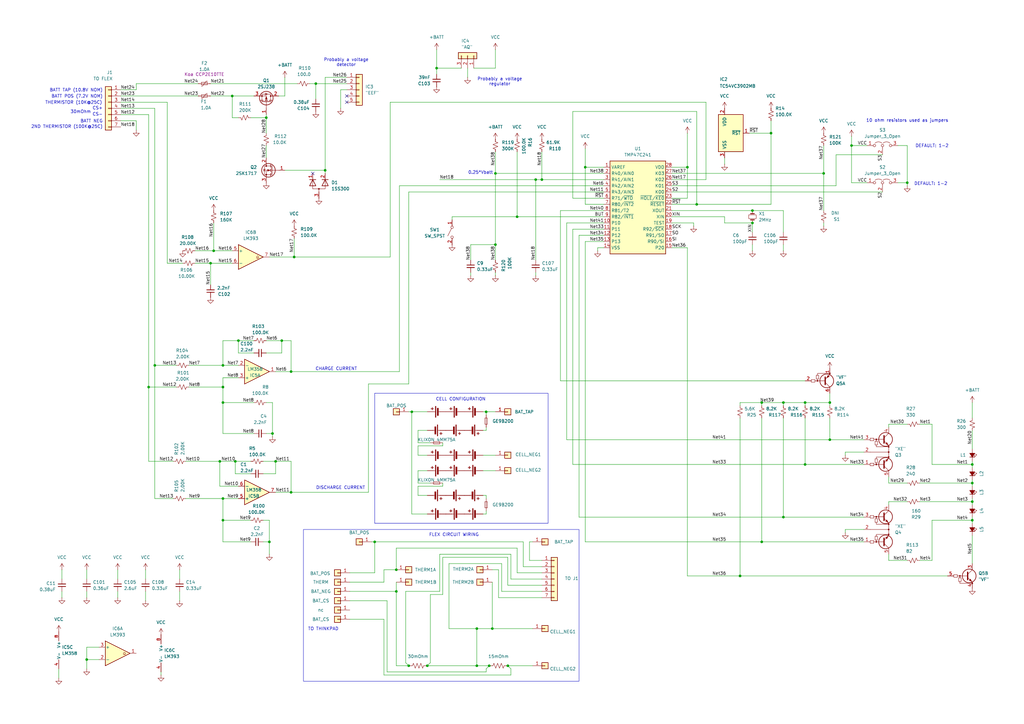
<source format=kicad_sch>
(kicad_sch (version 20231120) (generator "eeschema") (generator_version "8.0")
  (paper "A3")
  (junction (at 86.36 107.95))
  (junction (at 90.17 189.23))
  (junction (at 285.75 83.82))
  (junction (at 219.71 73.66))
  (junction (at 208.28 273.05))
  (junction (at 153.67 222.25))
  (junction (at 35.56 270.51))
  (junction (at 281.94 68.58))
  (junction (at 129.54 34.29))
  (junction (at 162.56 233.68))
  (junction (at 321.31 212.09))
  (junction (at 91.44 204.47))
  (junction (at 91.44 149.86))
  (junction (at 303.53 236.22))
  (junction (at 179.07 27.94))
  (junction (at 87.63 102.87))
  (junction (at 398.78 213.36))
  (junction (at 133.35 69.85))
  (junction (at 199.39 168.91))
  (junction (at 195.58 273.05))
  (junction (at 110.49 222.25))
  (junction (at 91.44 165.1))
  (junction (at 111.76 177.8))
  (junction (at 349.25 59.69))
  (junction (at 337.82 71.12))
  (junction (at 340.36 165.1))
  (junction (at 308.61 86.36))
  (junction (at 372.11 74.93))
  (junction (at 168.91 168.91))
  (junction (at 308.61 91.44))
  (junction (at 321.31 165.1))
  (junction (at 312.42 222.25))
  (junction (at 91.44 158.75))
  (junction (at 97.79 139.7))
  (junction (at 203.2 100.33))
  (junction (at 113.03 189.23))
  (junction (at 312.42 165.1))
  (junction (at 91.44 213.36))
  (junction (at 109.22 48.26))
  (junction (at 398.78 190.5))
  (junction (at 167.64 273.05))
  (junction (at 63.5 149.86))
  (junction (at 95.25 39.37))
  (junction (at 316.23 54.61))
  (junction (at 340.36 180.34))
  (junction (at 119.38 152.4))
  (junction (at 119.38 201.93))
  (junction (at 398.78 198.12))
  (junction (at 203.2 71.12))
  (junction (at 330.2 165.1))
  (junction (at 330.2 190.5))
  (junction (at 175.26 273.05))
  (junction (at 212.09 88.9))
  (junction (at 222.25 73.66))
  (junction (at 162.56 242.57))
  (junction (at 60.96 158.75))
  (junction (at 195.58 257.81))
  (junction (at 200.66 273.05))
  (junction (at 120.65 105.41))
  (junction (at 115.57 139.7))
  (junction (at 201.93 257.81))
  (junction (at 240.03 68.58))
  (junction (at 398.78 205.74))
  (junction (at 96.52 189.23))
  (no_connect (at 142.24 39.37))
  (no_connect (at 142.24 41.91))
  (no_connect (at 128.27 71.12))
  (wire (pts (xy 349.25 59.69) (xy 355.6 59.69)))
  (wire (pts (xy 234.95 81.28) (xy 234.95 45.72)))
  (wire (pts (xy 139.7 44.45) (xy 139.7 36.83)))
  (wire (pts (xy 222.25 73.66) (xy 222.25 62.23)))
  (wire (pts (xy 175.26 273.05) (xy 195.58 273.05)))
  (wire (pts (xy 232.41 180.34) (xy 340.36 180.34)))
  (wire (pts (xy 237.49 212.09) (xy 321.31 212.09)))
  (wire (pts (xy 48.26 233.68) (xy 48.26 237.49)))
  (wire (pts (xy 113.03 189.23) (xy 119.38 189.23)))
  (wire (pts (xy 171.45 176.53) (xy 175.26 176.53)))
  (wire (pts (xy 162.56 273.05) (xy 167.64 273.05)))
  (wire (pts (xy 212.09 224.79) (xy 162.56 224.79)))
  (wire (pts (xy 143.51 234.95) (xy 153.67 234.95)))
  (wire (pts (xy 198.12 203.2) (xy 199.39 203.2)))
  (wire (pts (xy 109.22 144.78) (xy 115.57 144.78)))
  (wire (pts (xy 212.09 234.95) (xy 212.09 224.79)))
  (wire (pts (xy 321.31 212.09) (xy 354.33 212.09)))
  (wire (pts (xy 25.4 242.57) (xy 25.4 245.11)))
  (wire (pts (xy 129.54 34.29) (xy 142.24 34.29)))
  (wire (pts (xy 372.11 74.93) (xy 372.11 59.69)))
  (wire (pts (xy 87.63 91.44) (xy 87.63 102.87)))
  (wire (pts (xy 232.41 91.44) (xy 247.65 91.44)))
  (wire (pts (xy 222.25 73.66) (xy 219.71 73.66)))
  (wire (pts (xy 245.11 101.6) (xy 247.65 101.6)))
  (wire (pts (xy 116.84 39.37) (xy 114.3 39.37)))
  (wire (pts (xy 184.15 231.14) (xy 205.74 231.14)))
  (wire (pts (xy 297.18 88.9) (xy 275.59 88.9)))
  (wire (pts (xy 275.59 76.2) (xy 342.9 76.2)))
  (wire (pts (xy 49.53 36.83) (xy 55.88 36.83)))
  (wire (pts (xy 203.2 100.33) (xy 203.2 71.12)))
  (wire (pts (xy 275.59 78.74) (xy 361.95 78.74)))
  (wire (pts (xy 119.38 189.23) (xy 119.38 201.93)))
  (wire (pts (xy 204.47 245.11) (xy 222.25 245.11)))
  (wire (pts (xy 175.26 273.05) (xy 176.53 271.78)))
  (wire (pts (xy 119.38 201.93) (xy 113.03 201.93)))
  (wire (pts (xy 143.51 246.38) (xy 158.75 246.38)))
  (wire (pts (xy 86.36 39.37) (xy 95.25 39.37)))
  (wire (pts (xy 240.03 99.06) (xy 240.03 222.25)))
  (wire (pts (xy 222.25 229.87) (xy 217.17 229.87)))
  (wire (pts (xy 171.45 199.39) (xy 181.61 199.39)))
  (wire (pts (xy 398.78 184.15) (xy 398.78 176.53)))
  (wire (pts (xy 181.61 198.12) (xy 181.61 199.39)))
  (wire (pts (xy 349.25 74.93) (xy 349.25 59.69)))
  (wire (pts (xy 382.27 229.87) (xy 382.27 213.36)))
  (wire (pts (xy 151.13 157.48) (xy 151.13 201.93)))
  (wire (pts (xy 171.45 198.12) (xy 176.53 198.12)))
  (wire (pts (xy 160.02 41.91) (xy 160.02 105.41)))
  (wire (pts (xy 49.53 46.99) (xy 60.96 46.99)))
  (wire (pts (xy 167.64 273.05) (xy 166.37 271.78)))
  (wire (pts (xy 163.83 76.2) (xy 247.65 76.2)))
  (wire (pts (xy 398.78 205.74) (xy 398.78 204.47)))
  (wire (pts (xy 107.95 189.23) (xy 113.03 189.23)))
  (wire (pts (xy 203.2 71.12) (xy 247.65 71.12)))
  (wire (pts (xy 289.56 41.91) (xy 160.02 41.91)))
  (wire (pts (xy 109.22 48.26) (xy 102.87 48.26)))
  (wire (pts (xy 157.48 233.68) (xy 162.56 233.68)))
  (wire (pts (xy 297.18 91.44) (xy 297.18 88.9)))
  (wire (pts (xy 119.38 139.7) (xy 119.38 152.4)))
  (wire (pts (xy 275.59 91.44) (xy 284.48 91.44)))
  (wire (pts (xy 377.19 205.74) (xy 398.78 205.74)))
  (wire (pts (xy 77.47 149.86) (xy 91.44 149.86)))
  (wire (pts (xy 97.79 199.39) (xy 90.17 199.39)))
  (wire (pts (xy 96.52 189.23) (xy 96.52 194.31)))
  (wire (pts (xy 199.39 175.26) (xy 199.39 176.53)))
  (wire (pts (xy 364.49 173.99) (xy 364.49 175.26)))
  (wire (pts (xy 91.44 204.47) (xy 91.44 213.36)))
  (wire (pts (xy 171.45 186.69) (xy 175.26 186.69)))
  (wire (pts (xy 96.52 189.23) (xy 102.87 189.23)))
  (wire (pts (xy 109.22 46.99) (xy 109.22 48.26)))
  (wire (pts (xy 55.88 36.83) (xy 55.88 34.29)))
  (wire (pts (xy 59.69 233.68) (xy 59.69 237.49)))
  (wire (pts (xy 321.31 165.1) (xy 312.42 165.1)))
  (wire (pts (xy 217.17 229.87) (xy 217.17 222.25)))
  (wire (pts (xy 193.04 100.33) (xy 203.2 100.33)))
  (wire (pts (xy 199.39 209.55) (xy 199.39 210.82)))
  (wire (pts (xy 364.49 229.87) (xy 364.49 227.33)))
  (wire (pts (xy 234.95 93.98) (xy 234.95 190.5)))
  (wire (pts (xy 63.5 204.47) (xy 71.12 204.47)))
  (wire (pts (xy 245.11 102.87) (xy 245.11 101.6)))
  (wire (pts (xy 275.59 101.6) (xy 281.94 101.6)))
  (wire (pts (xy 80.01 102.87) (xy 87.63 102.87)))
  (wire (pts (xy 119.38 152.4) (xy 163.83 152.4)))
  (wire (pts (xy 110.49 222.25) (xy 110.49 213.36)))
  (wire (pts (xy 102.87 222.25) (xy 91.44 222.25)))
  (wire (pts (xy 346.71 217.17) (xy 354.33 217.17)))
  (wire (pts (xy 368.3 74.93) (xy 372.11 74.93)))
  (wire (pts (xy 181.61 181.61) (xy 181.61 182.88)))
  (wire (pts (xy 63.5 149.86) (xy 63.5 204.47)))
  (wire (pts (xy 398.78 165.1) (xy 398.78 171.45)))
  (wire (pts (xy 35.56 270.51) (xy 35.56 265.43)))
  (wire (pts (xy 68.58 41.91) (xy 49.53 41.91)))
  (wire (pts (xy 209.55 276.86) (xy 209.55 274.32)))
  (wire (pts (xy 346.71 218.44) (xy 346.71 217.17)))
  (wire (pts (xy 115.57 139.7) (xy 119.38 139.7)))
  (wire (pts (xy 76.2 204.47) (xy 91.44 204.47)))
  (wire (pts (xy 111.76 177.8) (xy 109.22 177.8)))
  (wire (pts (xy 91.44 213.36) (xy 102.87 213.36)))
  (wire (pts (xy 240.03 222.25) (xy 312.42 222.25)))
  (wire (pts (xy 109.22 48.26) (xy 109.22 54.61)))
  (wire (pts (xy 214.63 232.41) (xy 214.63 222.25)))
  (wire (pts (xy 247.65 96.52) (xy 237.49 96.52)))
  (wire (pts (xy 232.41 180.34) (xy 232.41 91.44)))
  (wire (pts (xy 181.61 228.6) (xy 181.61 243.84)))
  (wire (pts (xy 129.54 40.64) (xy 129.54 34.29)))
  (wire (pts (xy 49.53 49.53) (xy 55.88 49.53)))
  (wire (pts (xy 382.27 213.36) (xy 398.78 213.36)))
  (wire (pts (xy 337.82 71.12) (xy 275.59 71.12)))
  (wire (pts (xy 113.03 189.23) (xy 113.03 194.31)))
  (wire (pts (xy 167.64 157.48) (xy 167.64 78.74)))
  (wire (pts (xy 364.49 205.74) (xy 364.49 207.01)))
  (wire (pts (xy 59.69 242.57) (xy 59.69 246.38)))
  (wire (pts (xy 247.65 73.66) (xy 222.25 73.66)))
  (wire (pts (xy 337.82 71.12) (xy 337.82 86.36)))
  (wire (pts (xy 285.75 83.82) (xy 316.23 83.82)))
  (wire (pts (xy 87.63 102.87) (xy 95.25 102.87)))
  (wire (pts (xy 203.2 62.23) (xy 203.2 71.12)))
  (wire (pts (xy 364.49 173.99) (xy 372.11 173.99)))
  (wire (pts (xy 398.78 219.71) (xy 398.78 231.14)))
  (wire (pts (xy 193.04 106.68) (xy 193.04 100.33)))
  (wire (pts (xy 198.12 210.82) (xy 199.39 210.82)))
  (wire (pts (xy 308.61 100.33) (xy 308.61 102.87)))
  (wire (pts (xy 110.49 213.36) (xy 107.95 213.36)))
  (wire (pts (xy 97.79 144.78) (xy 97.79 139.7)))
  (wire (pts (xy 162.56 224.79) (xy 162.56 233.68)))
  (wire (pts (xy 73.66 242.57) (xy 73.66 246.38)))
  (wire (pts (xy 234.95 190.5) (xy 330.2 190.5)))
  (wire (pts (xy 281.94 81.28) (xy 275.59 81.28)))
  (wire (pts (xy 171.45 176.53) (xy 171.45 181.61)))
  (wire (pts (xy 237.49 96.52) (xy 237.49 212.09)))
  (wire (pts (xy 234.95 45.72) (xy 285.75 45.72)))
  (wire (pts (xy 110.49 222.25) (xy 107.95 222.25)))
  (wire (pts (xy 166.37 242.57) (xy 180.34 242.57)))
  (wire (pts (xy 203.2 106.68) (xy 203.2 100.33)))
  (wire (pts (xy 35.56 233.68) (xy 35.56 237.49)))
  (wire (pts (xy 321.31 171.45) (xy 321.31 212.09)))
  (wire (pts (xy 96.52 194.31) (xy 102.87 194.31)))
  (wire (pts (xy 303.53 165.1) (xy 303.53 166.37)))
  (wire (pts (xy 158.75 275.59) (xy 199.39 275.59)))
  (wire (pts (xy 179.07 27.94) (xy 189.23 27.94)))
  (wire (pts (xy 219.71 73.66) (xy 219.71 106.68)))
  (wire (pts (xy 297.18 91.44) (xy 308.61 91.44)))
  (wire (pts (xy 312.42 222.25) (xy 354.33 222.25)))
  (wire (pts (xy 48.26 242.57) (xy 48.26 245.11)))
  (wire (pts (xy 119.38 201.93) (xy 151.13 201.93)))
  (wire (pts (xy 184.15 231.14) (xy 184.15 257.81)))
  (wire (pts (xy 398.78 212.09) (xy 398.78 213.36)))
  (wire (pts (xy 152.4 222.25) (xy 153.67 222.25)))
  (wire (pts (xy 35.56 270.51) (xy 40.64 270.51)))
  (wire (pts (xy 340.36 171.45) (xy 340.36 180.34)))
  (wire (pts (xy 377.19 198.12) (xy 398.78 198.12)))
  (wire (pts (xy 157.48 276.86) (xy 209.55 276.86)))
  (wire (pts (xy 171.45 199.39) (xy 171.45 203.2)))
  (wire (pts (xy 285.75 45.72) (xy 285.75 83.82)))
  (wire (pts (xy 90.17 189.23) (xy 96.52 189.23)))
  (wire (pts (xy 180.34 73.66) (xy 219.71 73.66)))
  (wire (pts (xy 222.25 234.95) (xy 212.09 234.95)))
  (wire (pts (xy 153.67 222.25) (xy 214.63 222.25)))
  (wire (pts (xy 194.31 27.94) (xy 203.2 27.94)))
  (wire (pts (xy 247.65 93.98) (xy 234.95 93.98)))
  (wire (pts (xy 55.88 34.29) (xy 81.28 34.29)))
  (wire (pts (xy 247.65 86.36) (xy 229.87 86.36)))
  (wire (pts (xy 91.44 222.25) (xy 91.44 213.36)))
  (wire (pts (xy 167.64 78.74) (xy 247.65 78.74)))
  (wire (pts (xy 68.58 107.95) (xy 68.58 41.91)))
  (wire (pts (xy 337.82 59.69) (xy 337.82 71.12)))
  (wire (pts (xy 60.96 46.99) (xy 60.96 158.75)))
  (wire (pts (xy 398.78 198.12) (xy 398.78 199.39)))
  (wire (pts (xy 180.34 227.33) (xy 209.55 227.33)))
  (wire (pts (xy 60.96 189.23) (xy 71.12 189.23)))
  (wire (pts (xy 185.42 88.9) (xy 212.09 88.9)))
  (wire (pts (xy 119.38 152.4) (xy 113.03 152.4)))
  (wire (pts (xy 116.84 69.85) (xy 133.35 69.85)))
  (wire (pts (xy 201.93 238.76) (xy 201.93 257.81)))
  (wire (pts (xy 104.14 39.37) (xy 95.25 39.37)))
  (wire (pts (xy 90.17 189.23) (xy 90.17 199.39)))
  (wire (pts (xy 398.78 198.12) (xy 398.78 196.85)))
  (wire (pts (xy 176.53 243.84) (xy 181.61 243.84)))
  (wire (pts (xy 168.91 210.82) (xy 175.26 210.82)))
  (wire (pts (xy 388.62 236.22) (xy 303.53 236.22)))
  (wire (pts (xy 198.12 168.91) (xy 199.39 168.91)))
  (wire (pts (xy 111.76 177.8) (xy 111.76 165.1)))
  (wire (pts (xy 109.22 139.7) (xy 115.57 139.7)))
  (wire (pts (xy 240.03 83.82) (xy 247.65 83.82)))
  (wire (pts (xy 139.7 36.83) (xy 142.24 36.83)))
  (wire (pts (xy 382.27 173.99) (xy 382.27 190.5)))
  (wire (pts (xy 120.65 97.79) (xy 120.65 105.41)))
  (wire (pts (xy 340.36 180.34) (xy 354.33 180.34)))
  (wire (pts (xy 110.49 105.41) (xy 120.65 105.41)))
  (wire (pts (xy 120.65 105.41) (xy 160.02 105.41)))
  (wire (pts (xy 198.12 193.04) (xy 203.2 193.04)))
  (wire (pts (xy 49.53 39.37) (xy 81.28 39.37)))
  (wire (pts (xy 330.2 165.1) (xy 330.2 166.37)))
  (wire (pts (xy 340.36 165.1) (xy 330.2 165.1)))
  (wire (pts (xy 76.2 189.23) (xy 90.17 189.23)))
  (wire (pts (xy 284.48 91.44) (xy 284.48 92.71)))
  (wire (pts (xy 63.5 44.45) (xy 49.53 44.45)))
  (wire (pts (xy 184.15 257.81) (xy 195.58 257.81)))
  (wire (pts (xy 312.42 165.1) (xy 312.42 166.37)))
  (wire (pts (xy 275.59 83.82) (xy 285.75 83.82)))
  (wire (pts (xy 321.31 165.1) (xy 321.31 166.37)))
  (wire (pts (xy 91.44 158.75) (xy 77.47 158.75)))
  (wire (pts (xy 109.22 59.69) (xy 109.22 64.77)))
  (wire (pts (xy 217.17 222.25) (xy 218.44 222.25)))
  (wire (pts (xy 74.93 107.95) (xy 68.58 107.95)))
  (wire (pts (xy 24.13 274.32) (xy 24.13 278.13)))
  (wire (pts (xy 91.44 177.8) (xy 91.44 165.1)))
  (wire (pts (xy 157.48 238.76) (xy 157.48 233.68)))
  (wire (pts (xy 372.11 205.74) (xy 364.49 205.74)))
  (wire (pts (xy 171.45 193.04) (xy 175.26 193.04)))
  (wire (pts (xy 91.44 165.1) (xy 91.44 158.75)))
  (wire (pts (xy 195.58 273.05) (xy 200.66 273.05)))
  (wire (pts (xy 91.44 139.7) (xy 97.79 139.7)))
  (wire (pts (xy 234.95 81.28) (xy 247.65 81.28)))
  (wire (pts (xy 330.2 171.45) (xy 330.2 190.5)))
  (wire (pts (xy 247.65 88.9) (xy 212.09 88.9)))
  (wire (pts (xy 321.31 100.33) (xy 321.31 102.87)))
  (wire (pts (xy 316.23 54.61) (xy 307.34 54.61)))
  (wire (pts (xy 342.9 63.5) (xy 361.95 63.5)))
  (wire (pts (xy 191.77 27.94) (xy 191.77 31.75)))
  (wire (pts (xy 330.2 156.21) (xy 229.87 156.21)))
  (wire (pts (xy 171.45 182.88) (xy 171.45 186.69)))
  (wire (pts (xy 162.56 242.57) (xy 162.56 238.76)))
  (wire (pts (xy 199.39 168.91) (xy 199.39 170.18)))
  (wire (pts (xy 312.42 171.45) (xy 312.42 222.25)))
  (wire (pts (xy 143.51 242.57) (xy 162.56 242.57)))
  (wire (pts (xy 330.2 165.1) (xy 321.31 165.1)))
  (wire (pts (xy 201.93 233.68) (xy 204.47 233.68)))
  (wire (pts (xy 199.39 274.32) (xy 199.39 275.59)))
  (wire (pts (xy 95.25 39.37) (xy 95.25 48.26)))
  (wire (pts (xy 25.4 233.68) (xy 25.4 237.49)))
  (wire (pts (xy 168.91 168.91) (xy 175.26 168.91)))
  (wire (pts (xy 297.18 64.77) (xy 297.18 67.31)))
  (wire (pts (xy 163.83 152.4) (xy 163.83 76.2)))
  (wire (pts (xy 208.28 273.05) (xy 218.44 273.05)))
  (wire (pts (xy 179.07 20.32) (xy 179.07 27.94)))
  (wire (pts (xy 377.19 173.99) (xy 382.27 173.99)))
  (wire (pts (xy 346.71 185.42) (xy 354.33 185.42)))
  (wire (pts (xy 222.25 232.41) (xy 214.63 232.41)))
  (wire (pts (xy 200.66 273.05) (xy 199.39 274.32)))
  (wire (pts (xy 66.04 275.59) (xy 66.04 276.86)))
  (wire (pts (xy 95.25 48.26) (xy 97.79 48.26)))
  (wire (pts (xy 104.14 177.8) (xy 91.44 177.8)))
  (wire (pts (xy 398.78 205.74) (xy 398.78 207.01)))
  (wire (pts (xy 205.74 231.14) (xy 205.74 242.57)))
  (wire (pts (xy 201.93 257.81) (xy 218.44 257.81)))
  (wire (pts (xy 151.13 157.48) (xy 167.64 157.48)))
  (wire (pts (xy 195.58 257.81) (xy 201.93 257.81)))
  (wire (pts (xy 308.61 91.44) (xy 308.61 95.25)))
  (wire (pts (xy 281.94 68.58) (xy 275.59 68.58)))
  (wire (pts (xy 143.51 238.76) (xy 157.48 238.76)))
  (wire (pts (xy 35.56 274.32) (xy 35.56 270.51)))
  (wire (pts (xy 209.55 274.32) (xy 208.28 273.05)))
  (wire (pts (xy 340.36 161.29) (xy 340.36 165.1)))
  (wire (pts (xy 171.45 193.04) (xy 171.45 198.12)))
  (wire (pts (xy 91.44 154.94) (xy 91.44 158.75)))
  (wire (pts (xy 199.39 168.91) (xy 203.2 168.91)))
  (wire (pts (xy 203.2 111.76) (xy 203.2 113.03)))
  (wire (pts (xy 97.79 139.7) (xy 104.14 139.7)))
  (wire (pts (xy 171.45 181.61) (xy 176.53 181.61)))
  (wire (pts (xy 240.03 60.96) (xy 240.03 68.58)))
  (wire (pts (xy 86.36 107.95) (xy 86.36 116.84)))
  (wire (pts (xy 127 34.29) (xy 129.54 34.29)))
  (wire (pts (xy 209.55 237.49) (xy 222.25 237.49)))
  (wire (pts (xy 198.12 186.69) (xy 203.2 186.69)))
  (wire (pts (xy 176.53 243.84) (xy 176.53 271.78)))
  (wire (pts (xy 346.71 185.42) (xy 346.71 186.69)))
  (wire (pts (xy 60.96 158.75) (xy 60.96 189.23)))
  (wire (pts (xy 275.59 73.66) (xy 289.56 73.66)))
  (wire (pts (xy 330.2 190.5) (xy 354.33 190.5)))
  (wire (pts (xy 168.91 168.91) (xy 168.91 210.82)))
  (wire (pts (xy 229.87 86.36) (xy 229.87 156.21)))
  (wire (pts (xy 398.78 213.36) (xy 398.78 214.63)))
  (wire (pts (xy 97.79 149.86) (xy 91.44 149.86)))
  (wire (pts (xy 340.36 165.1) (xy 340.36 166.37)))
  (wire (pts (xy 195.58 257.81) (xy 195.58 273.05)))
  (wire (pts (xy 171.45 182.88) (xy 181.61 182.88)))
  (wire (pts (xy 364.49 198.12) (xy 364.49 195.58)))
  (wire (pts (xy 181.61 228.6) (xy 208.28 228.6)))
  (wire (pts (xy 162.56 242.57) (xy 162.56 273.05)))
  (wire (pts (xy 110.49 222.25) (xy 110.49 227.33)))
  (wire (pts (xy 372.11 229.87) (xy 364.49 229.87)))
  (wire (pts (xy 372.11 59.69) (xy 368.3 59.69)))
  (wire (pts (xy 166.37 242.57) (xy 166.37 271.78)))
  (wire (pts (xy 208.28 228.6) (xy 208.28 240.03)))
  (wire (pts (xy 316.23 49.53) (xy 316.23 54.61)))
  (wire (pts (xy 91.44 204.47) (xy 97.79 204.47)))
  (wire (pts (xy 342.9 76.2) (xy 342.9 63.5)))
  (wire (pts (xy 35.56 265.43) (xy 40.64 265.43)))
  (wire (pts (xy 143.51 254) (xy 157.48 254)))
  (wire (pts (xy 157.48 254) (xy 157.48 276.86)))
  (wire (pts (xy 204.47 233.68) (xy 204.47 245.11)))
  (wire (pts (xy 133.35 71.12) (xy 133.35 69.85)))
  (wire (pts (xy 372.11 76.2) (xy 372.11 74.93)))
  (wire (pts (xy 193.04 111.76) (xy 193.04 113.03)))
  (wire (pts (xy 321.31 95.25) (xy 321.31 86.36)))
  (wire (pts (xy 91.44 149.86) (xy 91.44 139.7)))
  (wire (pts (xy 104.14 144.78) (xy 97.79 144.78)))
  (wire (pts (xy 133.35 69.85) (xy 133.35 31.75)))
  (wire (pts (xy 240.03 68.58) (xy 247.65 68.58)))
  (wire (pts (xy 281.94 101.6) (xy 281.94 236.22)))
  (wire (pts (xy 185.42 90.17) (xy 185.42 88.9)))
  (wire (pts (xy 377.19 229.87) (xy 382.27 229.87)))
  (wire (pts (xy 55.88 49.53) (xy 55.88 53.34)))
  (wire (pts (xy 171.45 203.2) (xy 175.26 203.2)))
  (wire (pts (xy 289.56 73.66) (xy 289.56 41.91)))
  (wire (pts (xy 247.65 99.06) (xy 240.03 99.06)))
  (wire (pts (xy 63.5 149.86) (xy 63.5 44.45)))
  (wire (pts (xy 382.27 190.5) (xy 398.78 190.5)))
  (wire (pts (xy 398.78 190.5) (xy 398.78 191.77)))
  (wire (pts (xy 133.35 31.75) (xy 142.24 31.75)))
  (wire (pts (xy 198.12 176.53) (xy 199.39 176.53)))
  (wire (pts (xy 153.67 234.95) (xy 153.67 222.25)))
  (wire (pts (xy 80.01 107.95) (xy 86.36 107.95)))
  (wire (pts (xy 205.74 242.57) (xy 222.25 242.57)))
  (wire (pts (xy 372.11 198.12) (xy 364.49 198.12)))
  (wire (pts (xy 86.36 34.29) (xy 121.92 34.29)))
  (wire (pts (xy 179.07 27.94) (xy 179.07 30.48)))
  (wire (pts (xy 281.94 236.22) (xy 303.53 236.22)))
  (wire (pts (xy 167.64 168.91) (xy 168.91 168.91)))
  (wire (pts (xy 111.76 179.07) (xy 111.76 177.8)))
  (wire (pts (xy 208.28 240.03) (xy 222.25 240.03)))
  (wire (pts (xy 275.59 86.36) (xy 308.61 86.36)))
  (wire (pts (xy 95.25 107.95) (xy 86.36 107.95)))
  (wire (pts (xy 104.14 165.1) (xy 91.44 165.1)))
  (wire (pts (xy 355.6 74.93) (xy 349.25 74.93)))
  (wire (pts (xy 281.94 68.58) (xy 281.94 81.28)))
  (wire (pts (xy 398.78 189.23) (xy 398.78 190.5)))
  (wire (pts (xy 116.84 31.75) (xy 116.84 39.37)))
  (wire (pts (xy 212.09 88.9) (xy 212.09 62.23)))
  (wire (pts (xy 113.03 194.31) (xy 107.95 194.31)))
  (wire (pts (xy 209.55 227.33) (xy 209.55 237.49)))
  (wire (pts (xy 111.76 165.1) (xy 109.22 165.1)))
  (wire (pts (xy 219.71 111.76) (xy 219.71 113.03)))
  (wire (pts (xy 281.94 54.61) (xy 281.94 68.58)))
  (wire (pts (xy 60.96 158.75) (xy 72.39 158.75)))
  (wire (pts (xy 97.79 154.94) (xy 91.44 154.94)))
  (wire (pts (xy 312.42 165.1) (xy 303.53 165.1)))
  (wire (pts (xy 199.39 203.2) (xy 199.39 204.47)))
  (wire (pts (xy 321.31 86.36) (xy 308.61 86.36)))
  (wire (pts (xy 240.03 68.58) (xy 240.03 83.82)))
  (wire (pts (xy 35.56 242.57) (xy 35.56 245.11)))
  (wire (pts (xy 72.39 149.86) (xy 63.5 149.86)))
  (wire (pts (xy 316.23 83.82) (xy 316.23 54.61)))
  (wire (pts (xy 180.34 227.33) (xy 180.34 242.57)))
  (wire (pts (xy 158.75 246.38) (xy 158.75 275.59)))
  (wire (pts (xy 203.2 20.32) (xy 203.2 27.94)))
  (wire (pts (xy 303.53 236.22) (xy 303.53 171.45)))
  (wire (pts (xy 73.66 233.68) (xy 73.66 237.49)))
  (wire (pts (xy 349.25 55.88) (xy 349.25 59.69)))
  (wire (pts (xy 115.57 144.78) (xy 115.57 139.7)))
  (wire (pts (xy 337.82 91.44) (xy 337.82 92.71)))
  (rectangle (start 153.67 161.29) (end 224.79 214.63))
  (rectangle (start 124.46 217.17) (end 237.49 279.4))
  (text "CELL CONFIGURATION" (at 188.976 163.83 0) (effects (font (size 1.27 1.27))))
  (text "FLEX CIRCUIT WIRING" (at 186.182 219.456 0) (effects (font (size 1.27 1.27))))
  (text "DEFAULT: 1-2" (at 381.762 75.438 0) (effects (font (size 1.27 1.27))))
  (text "CS+" (at 42.164 44.45 0) (effects (font (size 1.27 1.27)) (justify right)))
  (text "Probably a voltage\nregulator" (at 204.978 33.528 0) (effects (font (size 1.27 1.27))))
  (text "Probably a voltage\ndetector" (at 141.986 25.654 0) (effects (font (size 1.27 1.27))))
  (text "BATT POS (7.2V NOM)" (at 42.164 39.624 0) (effects (font (size 1.27 1.27)) (justify right)))
  (text "BATT TAP (10.8V NOM)" (at 42.164 37.084 0) (effects (font (size 1.27 1.27)) (justify right)))
  (text "CS-" (at 42.164 46.99 0) (effects (font (size 1.27 1.27)) (justify right)))
  (text "CHARGE CURRENT" (at 137.922 151.384 0) (effects (font (size 1.27 1.27))))
  (text "2ND THERMISTOR (100K@25C)" (at 42.164 52.07 0) (effects (font (size 1.27 1.27)) (justify right)))
  (text "30mOhm" (at 37.338 45.974 0) (effects (font (size 1.27 1.27)) (justify right)))
  (text "BATT NEG" (at 42.164 49.784 0) (effects (font (size 1.27 1.27)) (justify right)))
  (text "DISCHARGE CURRENT" (at 139.7 200.152 0) (effects (font (size 1.27 1.27))))
  (text "10 ohm resistors used as jumpers" (at 372.11 49.53 0) (effects (font (size 1.27 1.27))))
  (text "THERMISTOR (10K@25C)" (at 41.91 42.164 0) (effects (font (size 1.27 1.27)) (justify right)))
  (text "0.25*Vbatt" (at 197.104 70.866 0) (effects (font (size 1.27 1.27))))
  (text "TO THINKPAD" (at 132.588 258.064 0) (effects (font (size 1.27 1.27))))
  (text "DEFAULT: 1-2" (at 382.27 59.944 0) (effects (font (size 1.27 1.27))))
  (label "Net2" (at 392.43 198.12 0))
  (label "Net11" (at 113.03 189.23 0))
  (label "Net22" (at 86.36 39.37 0))
  (label "Net9" (at 77.47 204.47 0))
  (label "Net29" (at 370.84 198.12 180))
  (label "Net39" (at 317.5 165.1 180))
  (label "Net10" (at 97.79 199.39 180))
  (label "Net12" (at 72.39 158.75 180))
  (label "Net9" (at 97.79 204.47 180))
  (label "Net16" (at 87.63 91.44 270))
  (label "XIN" (at 275.59 88.9 0))
  (label "S3" (at 275.59 76.2 0))
  (label "Net36" (at 275.59 101.6 0))
  (label "SI" (at 275.59 99.06 0))
  (label "SCK" (at 275.59 93.98 0))
  (label "XIN" (at 308.61 95.25 90))
  (label "Net31" (at 372.11 229.87 180))
  (label "Net20" (at 398.78 176.53 270))
  (label "Net6" (at 113.03 152.4 0))
  (label "Net28" (at 109.22 54.61 90))
  (label "Net10" (at 76.2 189.23 0))
  (label "Net25" (at 142.24 34.29 180))
  (label "Net8" (at 97.79 154.94 180))
  (label "Net18" (at 180.34 73.66 0))
  (label "Net21" (at 86.36 34.29 0))
  (label "Net35" (at 292.1 222.25 0))
  (label "Net6" (at 247.65 76.2 180))
  (label "Net32" (at 372.11 205.74 180))
  (label "Net33" (at 247.65 93.98 180))
  (label "Net9" (at 102.87 222.25 180))
  (label "Net18" (at 219.71 106.68 90))
  (label "Net23" (at 49.53 39.37 0))
  (label "Net11" (at 113.03 201.93 0))
  (label "Net4" (at 377.19 229.87 0))
  (label "Net13" (at 72.39 149.86 180))
  (label "Net40" (at 247.65 86.36 180))
  (label "Net4" (at 392.43 213.36 0))
  (label "BUT" (at 247.65 88.9 180))
  (label "Net35" (at 354.33 222.25 180))
  (label "Net18" (at 49.53 52.07 0))
  (label "S2" (at 275.59 78.74 0))
  (label "Net9" (at 102.87 213.36 180))
  (label "Net15" (at 86.36 116.84 90))
  (label "Net16" (at 80.01 102.87 0))
  (label "Net13" (at 49.53 44.45 0))
  (label "Net7" (at 97.79 149.86 180))
  (label "Net24" (at 49.53 36.83 0))
  (label "Net34" (at 292.1 212.09 0))
  (label "Net7" (at 104.14 139.7 180))
  (label "Net13" (at 71.12 204.47 180))
  (label "Net16" (at 95.25 102.87 180))
  (label "Net34" (at 354.33 212.09 180))
  (label "Net34" (at 247.65 96.52 180))
  (label "VCC" (at 355.6 74.93 180))
  (label "Net12" (at 49.53 46.99 0))
  (label "Net3" (at 392.43 205.74 0))
  (label "Net1" (at 392.43 190.5 0))
  (label "Net17" (at 110.49 105.41 0))
  (label "Net26" (at 142.24 31.75 180))
  (label "Net12" (at 71.12 189.23 180))
  (label "Net27" (at 109.22 64.77 90))
  (label "Net38" (at 203.2 62.23 270))
  (label "Net38" (at 193.04 106.68 90))
  (label "Net3" (at 377.19 205.74 0))
  (label "~{RST}" (at 275.59 83.82 0))
  (label "S3" (at 361.95 63.5 270))
  (label "Net15" (at 95.25 107.95 180))
  (label "Net6" (at 109.22 139.7 0))
  (label "Net33" (at 354.33 190.5 180))
  (label "Net14" (at 74.93 107.95 180))
  (label "Net7" (at 77.47 149.86 0))
  (label "Net37" (at 337.82 59.69 270))
  (label "Net37" (at 337.82 86.36 90))
  (label "Net23" (at 81.28 39.37 180))
  (label "Net33" (at 292.1 190.5 0))
  (label "Net36" (at 292.1 236.22 0))
  (label "Net17" (at 120.65 97.79 270))
  (label "Net8" (at 104.14 165.1 180))
  (label "Net15" (at 80.01 107.95 0))
  (label "Net11" (at 247.65 78.74 180))
  (label "VCC" (at 355.6 59.69 180))
  (label "~{RST}" (at 247.65 81.28 180))
  (label "Net17" (at 275.59 73.66 0))
  (label "Net38" (at 247.65 71.12 180))
  (label "Net10" (at 96.52 189.23 180))
  (label "Net41" (at 354.33 180.34 180))
  (label "Net2" (at 377.19 198.12 0))
  (label "Net41" (at 247.65 91.44 180))
  (label "Net38" (at 203.2 106.68 90))
  (label "Net30" (at 370.84 173.99 180))
  (label "Net14" (at 49.53 41.91 0))
  (label "Net37" (at 275.59 71.12 0))
  (label "S2" (at 361.95 78.74 270))
  (label "Net41" (at 292.1 180.34 0))
  (label "SO" (at 275.59 96.52 0))
  (label "Net24" (at 81.28 34.29 180))
  (label "Net18" (at 222.25 62.23 270))
  (label "~{RST}" (at 307.34 54.61 0))
  (label "Net8" (at 77.47 158.75 0))
  (label "Net35" (at 247.65 99.06 180))
  (label "Net1" (at 377.19 173.99 0))
  (label "Net5" (at 398.78 227.33 90))
  (label "Net8" (at 104.14 177.8 180))
  (symbol (lib_id "Device:R_US") (at 204.47 273.05 90) (unit 1) (on_board no)
    (property "Reference" "R2" (effects (hide yes)))
    (property "Value" "15mOhm" (at 204.47 269.24 90))
    (property "Description" "Resistor, US symbol" (effects (hide yes)))
  )
  (symbol (lib_id "Connector_Generic:Conn_01x01") (at 138.43 238.76 180) (unit 1) (on_board no)
    (property "Reference" "J8" (effects (hide yes)))
    (property "Value" "THERM" (at 131.572 238.76 0))
    (property "Description" "Generic connector, single row, 01x01, script generated (kicad-library-utils/schlib/autogen/connector/)" (effects (hide yes)))
  )
  (symbol (lib_id "Device:R_Small_US") (at 374.65 173.99 270) (mirror x) (unit 1)
    (property "Reference" "R27" (at 371.602 167.64 90) (effects (justify left)))
    (property "Value" "330" (at 371.602 170.18 90) (effects (justify left)))
    (property "Footprint" "Resistor_SMD:R_2010_5025Metric" (effects (hide yes)))
    (property "Description" "Resistor, small US symbol" (effects (hide yes)))
  )
  (symbol (lib_id "Connector_Generic:Conn_01x01") (at 167.64 238.76 0) (unit 1) (on_board no)
    (property "Reference" "J6" (effects (hide yes)))
    (property "Value" "THERM1B" (at 170.18 238.76 0) (effects (justify left)))
    (property "Description" "Generic connector, single row, 01x01, script generated (kicad-library-utils/schlib/autogen/connector/)" (effects (hide yes)))
  )
  (symbol (lib_id "Device:Battery_Cell") (at 195.58 210.82 90) (unit 1) (on_board no)
    (property "Reference" "BT18" (effects (hide yes)))
    (property "Value" "Battery_Cell" (effects (hide yes)))
    (property "Description" "Single-cell battery" (effects (hide yes)))
  )
  (symbol (lib_id "Connector_Generic:Conn_01x01") (at 196.85 233.68 0) (mirror y) (unit 1) (on_board no)
    (property "Reference" "J15" (effects (hide yes)))
    (property "Value" "THERM2A" (at 189.992 233.426 0))
    (property "Description" "Generic connector, single row, 01x01, script generated (kicad-library-utils/schlib/autogen/connector/)" (effects (hide yes)))
  )
  (symbol (lib_id "Connector_Generic:Conn_01x03") (at 191.77 22.86 270) (mirror x) (unit 1)
    (property "Reference" "IC4" (at 189.23 16.764 90) (effects (justify left)))
    (property "Value" "\"AQ\"" (at 189.23 19.304 90) (effects (justify left)))
    (property "Footprint" "Package_TO_SOT_SMD:SOT-89-3" (effects (hide yes)))
    (property "Description" "Generic connector, single row, 01x03, script generated (kicad-library-utils/schlib/autogen/connector/)" (effects (hide yes)))
  )
  (symbol (lib_id "power:GND") (at 110.49 227.33 0) (unit 1)
    (property "Reference" "#PWR010" (effects (hide yes)))
    (property "Value" "GND" (effects (hide yes)))
    (property "Description" "Power symbol creates a global label with name \"GND\" , ground" (effects (hide yes)))
  )
  (symbol (lib_id "Device:R_Small_US") (at 374.65 205.74 90) (mirror x) (unit 1)
    (property "Reference" "R29" (at 377.698 212.09 90) (effects (justify left)))
    (property "Value" "160" (at 377.698 209.55 90) (effects (justify left)))
    (property "Footprint" "Resistor_SMD:R_1210_3225Metric" (effects (hide yes)))
    (property "Description" "Resistor, small US symbol" (effects (hide yes)))
  )
  (symbol (lib_id "Device:R_Small_US") (at 374.65 229.87 270) (mirror x) (unit 1)
    (property "Reference" "R113" (at 371.602 223.52 90) (effects (justify left)))
    (property "Value" "82" (at 371.602 226.06 90) (effects (justify left)))
    (property "Footprint" "Resistor_SMD:R_1210_3225Metric" (effects (hide yes)))
    (property "Description" "Resistor, small US symbol" (effects (hide yes)))
  )
  (symbol (lib_id "Device:R_Small_US") (at 105.41 189.23 270) (unit 1)
    (property "Reference" "R5" (at 102.108 183.896 90) (effects (justify left)))
    (property "Value" "100.0K" (at 102.108 186.436 90) (effects (justify left)))
    (property "Footprint" "Resistor_SMD:R_0402_1005Metric" (effects (hide yes)))
    (property "Description" "Resistor, small US symbol" (effects (hide yes)))
  )
  (symbol (lib_id "Connector_Generic:Conn_01x01") (at 138.43 250.19 180) (unit 1) (on_board no)
    (property "Reference" "J13" (effects (hide yes)))
    (property "Value" "nc" (at 131.572 250.19 0))
    (property "Description" "Generic connector, single row, 01x01, script generated (kicad-library-utils/schlib/autogen/connector/)" (effects (hide yes)))
  )
  (symbol (lib_id "Device:R_Small_US") (at 330.2 168.91 0) (unit 1)
    (property "Reference" "R115" (at 332.994 170.18 0) (effects (justify left)))
    (property "Value" "8.2K" (at 331.978 167.64 0) (effects (justify left)))
    (property "Footprint" "Resistor_SMD:R_0402_1005Metric" (effects (hide yes)))
    (property "Description" "Resistor, small US symbol" (effects (hide yes)))
  )
  (symbol (lib_id "power:VCC") (at 24.13 259.08 0) (unit 1)
    (property "Reference" "#PWR040" (effects (hide yes)))
    (property "Value" "VCC" (at 24.13 254 0))
    (property "Description" "Power symbol creates a global label with name \"VCC\"" (effects (hide yes)))
  )
  (symbol (lib_id "power:GND") (at 321.31 102.87 0) (unit 1)
    (property "Reference" "#PWR025" (effects (hide yes)))
    (property "Value" "GND" (effects (hide yes)))
    (property "Description" "Power symbol creates a global label with name \"GND\" , ground" (effects (hide yes)))
  )
  (symbol (lib_id "power:GND") (at 297.18 67.31 0) (unit 1)
    (property "Reference" "#PWR033" (effects (hide yes)))
    (property "Value" "GND" (effects (hide yes)))
    (property "Description" "Power symbol creates a global label with name \"GND\" , ground" (effects (hide yes)))
  )
  (symbol (lib_id "Device:Fuse_Small") (at 199.39 172.72 90) (unit 1) (on_board no)
    (property "Reference" "F3" (effects (hide yes)))
    (property "Value" "GE9B200" (at 201.93 172.7199 90) (effects (justify right)))
    (property "Description" "Fuse, small symbol" (effects (hide yes)))
  )
  (symbol (lib_id "Device:R_Small_US") (at 100.33 48.26 90) (mirror x) (unit 1)
    (property "Reference" "R111" (at 103.124 42.672 90) (effects (justify left)))
    (property "Value" "200K" (at 103.124 45.212 90) (effects (justify left)))
    (property "Footprint" "Resistor_SMD:R_0603_1608Metric" (effects (hide yes)))
    (property "Description" "Resistor, small US symbol" (effects (hide yes)))
  )
  (symbol (lib_id "Device:R_Small_US") (at 106.68 139.7 270) (unit 1)
    (property "Reference" "R103" (at 103.378 133.858 90) (effects (justify left)))
    (property "Value" "100.0K" (at 103.378 136.398 90) (effects (justify left)))
    (property "Footprint" "Resistor_SMD:R_0402_1005Metric" (effects (hide yes)))
    (property "Description" "Resistor, small US symbol" (effects (hide yes)))
  )
  (symbol (lib_id "Connector_Generic:Conn_01x01") (at 138.43 234.95 180) (unit 1) (on_board no)
    (property "Reference" "J7" (effects (hide yes)))
    (property "Value" "BAT_POS" (at 131.318 235.204 0))
    (property "Description" "Generic connector, single row, 01x01, script generated (kicad-library-utils/schlib/autogen/connector/)" (effects (hide yes)))
  )
  (symbol (lib_id "Device:R_Small_US") (at 374.65 198.12 270) (mirror x) (unit 1)
    (property "Reference" "R28" (at 371.602 191.77 90) (effects (justify left)))
    (property "Value" "240" (at 371.602 194.31 90) (effects (justify left)))
    (property "Footprint" "Resistor_SMD:R_1210_3225Metric" (effects (hide yes)))
    (property "Description" "Resistor, small US symbol" (effects (hide yes)))
  )
  (symbol (lib_id "Device:D_Dual_CommonAnode_KKA_Parallel") (at 130.81 76.2 90) (unit 1)
    (property "Reference" "D1" (at 135.89 74.8664 90) (effects (justify right)))
    (property "Value" "1SS300" (at 135.89 77.4064 90) (effects (justify right)))
    (property "Footprint" "Package_TO_SOT_SMD:SOT-323_SC-70" (effects (hide yes)))
    (property "Description" "Dual diode, common anode on pin 1" (effects (hide yes)))
  )
  (symbol (lib_id "Device:C_Small") (at 48.26 240.03 0) (unit 1)
    (property "Reference" "C105" (at 50.8 238.7662 0) (effects (justify left)))
    (property "Value" "2.6uF" (at 50.8 241.3062 0) (effects (justify left)))
    (property "Footprint" "Capacitor_SMD:C_0603_1608Metric" (effects (hide yes)))
    (property "Description" "Unpolarized capacitor, small symbol" (effects (hide yes)))
  )
  (symbol (lib_id "power:VCC") (at 203.2 20.32 0) (unit 1)
    (property "Reference" "#PWR034" (effects (hide yes)))
    (property "Value" "VCC" (at 203.2 15.24 0))
    (property "Description" "Power symbol creates a global label with name \"VCC\"" (effects (hide yes)))
  )
  (symbol (lib_id "Connector_Generic:Conn_01x07") (at 227.33 237.49 0) (unit 1) (on_board no)
    (property "Reference" "J2" (effects (hide yes)))
    (property "Value" "TO J1" (at 231.648 237.236 0) (effects (justify left)))
    (property "Footprint" "Connector_JST:JST_ZE_BM07B-ZESS-TBT_1x07-1MP_P1.50mm_Vertical" (effects (hide yes)))
    (property "Description" "Generic connector, single row, 01x07, script generated (kicad-library-utils/schlib/autogen/connector/)" (effects (hide yes)))
  )
  (symbol (lib_id "Device:LED_Small_Filled") (at 398.78 209.55 270) (mirror x) (unit 1)
    (property "Reference" "L4" (at 402.59 209.4865 0))
    (property "Value" "LED_Small_Filled" (effects (hide yes)))
    (property "Footprint" "LED_SMD:LED_1206_3216Metric" (effects (hide yes)))
    (property "Description" "Light emitting diode, small symbol, filled shape" (effects (hide yes)))
  )
  (symbol (lib_id "Connector_Generic:Conn_01x05") (at 147.32 36.83 0) (unit 1)
    (property "Reference" "IC3" (at 149.86 35.5599 0) (effects (justify left)))
    (property "Value" "\"EEF\"" (at 149.86 38.0999 0) (effects (justify left)))
    (property "Footprint" "Package_TO_SOT_SMD:SOT-23-5" (effects (hide yes)))
    (property "Description" "Generic connector, single row, 01x05, script generated (kicad-library-utils/schlib/autogen/connector/)" (effects (hide yes)))
  )
  (symbol (lib_id "Connector_Generic:Conn_01x01") (at 162.56 168.91 180) (unit 1) (on_board no)
    (property "Reference" "J17" (effects (hide yes)))
    (property "Value" "BAT_POS" (at 162.56 166.37 0))
    (property "Description" "Generic connector, single row, 01x01, script generated (kicad-library-utils/schlib/autogen/connector/)" (effects (hide yes)))
  )
  (symbol (lib_id "Device:LED_Small_Filled") (at 398.78 217.17 270) (mirror x) (unit 1)
    (property "Reference" "L5" (at 402.59 217.1065 0))
    (property "Value" "LED_Small_Filled" (effects (hide yes)))
    (property "Footprint" "LED_SMD:LED_1206_3216Metric" (effects (hide yes)))
    (property "Description" "Light emitting diode, small symbol, filled shape" (effects (hide yes)))
  )
  (symbol (lib_id "power:VCC") (at 222.25 57.15 0) (unit 1)
    (property "Reference" "#PWR043" (effects (hide yes)))
    (property "Value" "VCC" (at 222.25 52.07 0))
    (property "Description" "Power symbol creates a global label with name \"VCC\"" (effects (hide yes)))
  )
  (symbol (lib_id "Device:Q_PMOS_GDS") (at 109.22 41.91 270) (mirror x) (unit 1)
    (property "Reference" "Q1" (at 109.22 33.02 90))
    (property "Value" "2SJ238" (at 109.22 35.56 90))
    (property "Footprint" "Package_TO_SOT_SMD:SOT-89-3" (effects (hide yes)))
    (property "Description" "P-MOSFET transistor, gate/drain/source" (effects (hide yes)))
  )
  (symbol (lib_id "Device:Crystal_Small") (at 308.61 88.9 90) (unit 1)
    (property "Reference" "X1" (at 311.15 87.6299 90) (effects (justify right)))
    (property "Value" "2MHz" (at 311.15 90.1699 90) (effects (justify right)))
    (property "Footprint" "Resistor_SMD:R_2512_6332Metric" (effects (hide yes)))
    (property "Description" "Two pin crystal, small symbol" (effects (hide yes)))
    (property "MPN" "Murata  CSAC2.00MGC" (effects (hide yes)))
  )
  (symbol (lib_id "Device:C_Small") (at 106.68 144.78 270) (unit 1)
    (property "Reference" "C100" (at 98.552 140.97 90) (effects (justify left)))
    (property "Value" "2.2nF" (at 98.552 143.51 90) (effects (justify left)))
    (property "Footprint" "Capacitor_SMD:C_0402_1005Metric" (effects (hide yes)))
    (property "Description" "Unpolarized capacitor, small symbol" (effects (hide yes)))
  )
  (symbol (lib_id "Device:Battery_Cell") (at 180.34 210.82 90) (unit 1) (on_board no)
    (property "Reference" "BT16" (effects (hide yes)))
    (property "Value" "Battery_Cell" (effects (hide yes)))
    (property "Description" "Single-cell battery" (effects (hide yes)))
  )
  (symbol (lib_id "Device:C_Small") (at 308.61 97.79 0) (unit 1)
    (property "Reference" "C6" (at 300.482 96.52 0) (effects (justify left)))
    (property "Value" "100pF" (at 300.482 99.06 0) (effects (justify left)))
    (property "Footprint" "Capacitor_SMD:C_0402_1005Metric" (effects (hide yes)))
    (property "Description" "Unpolarized capacitor, small symbol" (effects (hide yes)))
  )
  (symbol (lib_id "Device:Polyfuse_Small") (at 83.82 39.37 270) (unit 1)
    (property "Reference" "F1" (at 82.296 41.656 90) (effects (justify left)))
    (property "Value" "1.0A" (at 82.296 44.196 90) (effects (justify left)))
    (property "Footprint" "Fuse:Fuse_1210_3225Metric" (effects (hide yes)))
    (property "MPN" "Koa CCP2E10TTE" (effects (hide yes)))
  )
  (symbol (lib_id "Device:C_Small") (at 321.31 97.79 0) (unit 1)
    (property "Reference" "C106" (at 313.182 96.52 0) (effects (justify left)))
    (property "Value" "100pF" (at 313.182 99.06 0) (effects (justify left)))
    (property "Footprint" "Capacitor_SMD:C_0402_1005Metric" (effects (hide yes)))
    (property "Description" "Unpolarized capacitor, small symbol" (effects (hide yes)))
  )
  (symbol (lib_id "power:VCC") (at 35.56 233.68 0) (unit 1)
    (property "Reference" "#PWR038" (effects (hide yes)))
    (property "Value" "VCC" (at 35.56 228.6 0))
    (property "Description" "Power symbol creates a global label with name \"VCC\"" (effects (hide yes)))
  )
  (symbol (lib_id "Device:R_Small_US") (at 77.47 102.87 90) (unit 1)
    (property "Reference" "R108" (at 79.502 97.282 90) (effects (justify left)))
    (property "Value" "20.00K" (at 80.518 99.822 90) (effects (justify left)))
    (property "Footprint" "Resistor_SMD:R_0402_1005Metric" (effects (hide yes)))
    (property "Description" "Resistor, small US symbol" (effects (hide yes)))
  )
  (symbol (lib_id "power:VCC") (at 59.69 233.68 0) (unit 1)
    (property "Reference" "#PWR049" (effects (hide yes)))
    (property "Value" "VCC" (at 59.69 228.6 0))
    (property "Description" "Power symbol creates a global label with name \"VCC\"" (effects (hide yes)))
  )
  (symbol (lib_id "Connector_Generic:Conn_01x01") (at 196.85 238.76 0) (mirror y) (unit 1) (on_board no)
    (property "Reference" "J16" (effects (hide yes)))
    (property "Value" "THERM2B" (at 189.992 238.76 0))
    (property "Description" "Generic connector, single row, 01x01, script generated (kicad-library-utils/schlib/autogen/connector/)" (effects (hide yes)))
  )
  (symbol (lib_id "power:GND") (at 129.54 45.72 0) (unit 1)
    (property "Reference" "#PWR03" (effects (hide yes)))
    (property "Value" "GND" (effects (hide yes)))
    (property "Description" "Power symbol creates a global label with name \"GND\" , ground" (effects (hide yes)))
  )
  (symbol (lib_id "Device:Battery_Cell") (at 193.04 203.2 270) (unit 1) (on_board no)
    (property "Reference" "BT15" (effects (hide yes)))
    (property "Value" "Battery_Cell" (effects (hide yes)))
    (property "Description" "Single-cell battery" (effects (hide yes)))
  )
  (symbol (lib_id "Device:C_Small") (at 35.56 240.03 0) (unit 1)
    (property "Reference" "C101" (at 38.1 238.7662 0) (effects (justify left)))
    (property "Value" "0.36uF" (at 38.1 241.3062 0) (effects (justify left)))
    (property "Footprint" "Capacitor_SMD:C_0603_1608Metric" (effects (hide yes)))
    (property "Description" "Unpolarized capacitor, small symbol" (effects (hide yes)))
  )
  (symbol (lib_id "Device:C_Small") (at 86.36 119.38 180) (unit 1)
    (property "Reference" "C102" (at 94.488 120.65 0) (effects (justify left)))
    (property "Value" "2.2nF" (at 94.488 118.11 0) (effects (justify left)))
    (property "Footprint" "Capacitor_SMD:C_0402_1005Metric" (effects (hide yes)))
    (property "Description" "Unpolarized capacitor, small symbol" (effects (hide yes)))
  )
  (symbol (lib_id "Device:Battery_Cell") (at 187.96 186.69 90) (unit 1) (on_board no)
    (property "Reference" "BT8" (effects (hide yes)))
    (property "Value" "Battery_Cell" (effects (hide yes)))
    (property "Description" "Single-cell battery" (effects (hide yes)))
  )
  (symbol (lib_id "power:GND") (at 74.93 102.87 0) (unit 1)
    (property "Reference" "#PWR08" (effects (hide yes)))
    (property "Value" "GND" (effects (hide yes)))
    (property "Description" "Power symbol creates a global label with name \"GND\" , ground" (effects (hide yes)))
  )
  (symbol (lib_id "Power_Supervisor:MCP100-270D") (at 299.72 54.61 0) (unit 1)
    (property "Reference" "IC2" (at 295.148 32.512 0) (effects (justify left)))
    (property "Value" "TC54VC3902MB" (at 295.148 35.306 0) (effects (justify left)))
    (property "Footprint" "Package_TO_SOT_SMD:SOT-89-3" (effects (hide yes)))
    (property "Datasheet" "http://ww1.microchip.com/downloads/en/DeviceDoc/11187f.pdf" (effects (hide yes)))
    (property "Description" "Microcontroller reset monitor, 2.70V threshold, active low output" (effects (hide yes)))
  )
  (symbol (lib_id "Device:LED_Small_Filled") (at 398.78 194.31 270) (mirror x) (unit 1)
    (property "Reference" "L2" (at 402.59 194.2465 0))
    (property "Value" "LED_Small_Filled" (effects (hide yes)))
    (property "Footprint" "LED_SMD:LED_1206_3216Metric" (effects (hide yes)))
    (property "Description" "Light emitting diode, small symbol, filled shape" (effects (hide yes)))
  )
  (symbol (lib_id "Connector_Generic:Conn_01x01") (at 208.28 193.04 0) (unit 1) (on_board no)
    (property "Reference" "J20" (effects (hide yes)))
    (property "Value" "CELL_NEG2" (at 211.328 192.786 0) (effects (justify left)))
    (property "Description" "Generic connector, single row, 01x01, script generated (kicad-library-utils/schlib/autogen/connector/)" (effects (hide yes)))
  )
  (symbol (lib_id "Jumper:Jumper_3_Open") (at 361.95 59.69 0) (unit 1) (exclude_from_sim yes) (in_bom no)
    (property "Reference" "S3" (at 361.95 53.34 0))
    (property "Value" "Jumper_3_Open" (at 361.95 55.88 0))
    (property "Footprint" "Passive:JMP1005_3" (effects (hide yes)))
    (property "Description" "Jumper, 3-pole, both open" (effects (hide yes)))
  )
  (symbol (lib_id "Device:R_Small_US") (at 340.36 168.91 0) (unit 1)
    (property "Reference" "R114" (at 343.154 170.18 0) (effects (justify left)))
    (property "Value" "8.2K" (at 342.138 167.64 0) (effects (justify left)))
    (property "Footprint" "Resistor_SMD:R_0402_1005Metric" (effects (hide yes)))
    (property "Description" "Resistor, small US symbol" (effects (hide yes)))
  )
  (symbol (lib_id "power:GND") (at 66.04 276.86 0) (unit 1)
    (property "Reference" "#PWR016" (effects (hide yes)))
    (property "Value" "GND" (effects (hide yes)))
    (property "Description" "Power symbol creates a global label with name \"GND\" , ground" (effects (hide yes)))
  )
  (symbol (lib_id "Device:Battery_Cell") (at 180.34 186.69 90) (unit 1) (on_board no)
    (property "Reference" "BT9" (effects (hide yes)))
    (property "Value" "Battery_Cell" (effects (hide yes)))
    (property "Description" "Single-cell battery" (effects (hide yes)))
  )
  (symbol (lib_id "Device:R_Small_US") (at 120.65 95.25 0) (unit 1)
    (property "Reference" "R109" (at 123.19 93.9799 0) (effects (justify left)))
    (property "Value" "100.0K" (at 123.19 96.5199 0) (effects (justify left)))
    (property "Footprint" "Resistor_SMD:R_0402_1005Metric" (effects (hide yes)))
    (property "Description" "Resistor, small US symbol" (effects (hide yes)))
  )
  (symbol (lib_id "power:GND") (at 35.56 274.32 0) (unit 1)
    (property "Reference" "#PWR015" (effects (hide yes)))
    (property "Value" "GND" (effects (hide yes)))
    (property "Description" "Power symbol creates a global label with name \"GND\" , ground" (effects (hide yes)))
  )
  (symbol (lib_id "Device:R_Small_US") (at 222.25 59.69 0) (unit 1)
    (property "Reference" "R118" (at 225.044 60.96 0) (effects (justify left)))
    (property "Value" "61.9K" (at 224.028 58.42 0) (effects (justify left)))
    (property "Footprint" "Resistor_SMD:R_0402_1005Metric" (effects (hide yes)))
    (property "Description" "Resistor, small US symbol" (effects (hide yes)))
  )
  (symbol (lib_id "power:GND") (at 346.71 218.44 0) (mirror y) (unit 1)
    (property "Reference" "#PWR030" (effects (hide yes)))
    (property "Value" "GND" (effects (hide yes)))
    (property "Description" "Power symbol creates a global label with name \"GND\" , ground" (effects (hide yes)))
  )
  (symbol (lib_id "power:GND") (at 203.2 113.03 0) (unit 1)
    (property "Reference" "#PWR019" (effects (hide yes)))
    (property "Value" "GND" (effects (hide yes)))
    (property "Description" "Power symbol creates a global label with name \"GND\" , ground" (effects (hide yes)))
  )
  (symbol (lib_id "Device:R_Small_US") (at 316.23 46.99 0) (unit 1)
    (property "Reference" "R14" (at 318.008 44.45 0) (effects (justify left)))
    (property "Value" "100.0K" (at 318.008 46.99 0) (effects (justify left)))
    (property "Footprint" "Resistor_SMD:R_0402_1005Metric" (effects (hide yes)))
    (property "Description" "Resistor, small US symbol" (effects (hide yes)))
  )
  (symbol (lib_id "Device:C_Small") (at 193.04 109.22 0) (unit 1)
    (property "Reference" "C9" (at 195.58 107.9562 0) (effects (justify left)))
    (property "Value" "0.33uF" (at 195.58 110.4962 0) (effects (justify left)))
    (property "Footprint" "Capacitor_SMD:C_0603_1608Metric" (effects (hide yes)))
    (property "Description" "Unpolarized capacitor, small symbol" (effects (hide yes)))
  )
  (symbol (lib_id "Device:R_Small_US") (at 212.09 59.69 180) (unit 1)
    (property "Reference" "R16" (at 217.424 56.388 90) (effects (justify left)))
    (property "Value" "100.0K" (at 214.884 56.388 90) (effects (justify left)))
    (property "Footprint" "Resistor_SMD:R_0402_1005Metric" (effects (hide yes)))
    (property "Description" "Resistor, small US symbol" (effects (hide yes)))
  )
  (symbol (lib_id "power:GND") (at 179.07 35.56 0) (unit 1)
    (property "Reference" "#PWR02" (effects (hide yes)))
    (property "Value" "GND" (effects (hide yes)))
    (property "Description" "Power symbol creates a global label with name \"GND\" , ground" (effects (hide yes)))
  )
  (symbol (lib_id "Device:Fuse_Small") (at 199.39 207.01 90) (unit 1) (on_board no)
    (property "Reference" "F6" (effects (hide yes)))
    (property "Value" "GE9B200" (at 201.93 207.0099 90) (effects (justify right)))
    (property "Description" "Fuse, small symbol" (effects (hide yes)))
  )
  (symbol (lib_id "Connector_Generic:Conn_01x07") (at 44.45 44.45 0) (mirror y) (unit 1)
    (property "Reference" "J1" (at 46.228 29.718 0) (effects (justify left)))
    (property "Value" "TO FLEX" (at 46.228 32.258 0) (effects (justify left)))
    (property "Footprint" "Connector_JST:JST_ZE_BM07B-ZESS-TBT_1x07-1MP_P1.50mm_Vertical" (effects (hide yes)))
    (property "Description" "Generic connector, single row, 01x07, script generated (kicad-library-utils/schlib/autogen/connector/)" (effects (hide yes)))
  )
  (symbol (lib_id "Device:Battery_Cell") (at 180.34 193.04 90) (unit 1) (on_board no)
    (property "Reference" "BT10" (effects (hide yes)))
    (property "Value" "Battery_Cell" (effects (hide yes)))
    (property "Description" "Single-cell battery" (effects (hide yes)))
  )
  (symbol (lib_id "Device:R_Small_US") (at 398.78 173.99 0) (mirror y) (unit 1)
    (property "Reference" "R26" (at 396.24 172.7199 0) (effects (justify left)))
    (property "Value" "300" (at 396.24 175.2599 0) (effects (justify left)))
    (property "Footprint" "Resistor_SMD:R_1210_3225Metric" (effects (hide yes)))
    (property "Description" "Resistor, small US symbol" (effects (hide yes)))
  )
  (symbol (lib_id "power:VCC") (at 73.66 233.68 0) (unit 1)
    (property "Reference" "#PWR050" (effects (hide yes)))
    (property "Value" "VCC" (at 73.66 228.6 0))
    (property "Description" "Power symbol creates a global label with name \"VCC\"" (effects (hide yes)))
  )
  (symbol (lib_id "Device:Polyfuse_Small") (at 83.82 34.29 90) (unit 1)
    (property "Reference" "F2" (at 83.82 25.908 90))
    (property "Value" "1.0A" (at 83.82 28.448 90))
    (property "Footprint" "Fuse:Fuse_1210_3225Metric" (effects (hide yes)))
    (property "MPN" "Koa CCP2E10TTE" (at 83.82 30.48 90))
  )
  (symbol (lib_id "Device:Q_NMOS_GDS") (at 111.76 69.85 0) (mirror y) (unit 1)
    (property "Reference" "Q2" (at 105.41 68.5799 0) (effects (justify left)))
    (property "Value" "2SK1717" (at 105.41 71.1199 0) (effects (justify left)))
    (property "Footprint" "Package_TO_SOT_SMD:SOT-89-3" (effects (hide yes)))
    (property "Description" "N-MOSFET transistor, gate/drain/source" (effects (hide yes)))
  )
  (symbol (lib_id "Device:R_Small_US") (at 74.93 158.75 90) (unit 1)
    (property "Reference" "R101" (at 77.724 152.908 90) (effects (justify left)))
    (property "Value" "2.00K" (at 77.724 155.448 90) (effects (justify left)))
    (property "Footprint" "Resistor_SMD:R_0402_1005Metric" (effects (hide yes)))
    (property "Description" "Resistor, small US symbol" (effects (hide yes)))
  )
  (symbol (lib_id "Amplifier_Operational:LM358") (at 105.41 152.4 0) (mirror x) (unit 1)
    (property "Reference" "IC5" (at 104.648 153.924 0))
    (property "Value" "LM358" (at 104.648 151.384 0))
    (property "Footprint" "Active:SOP127P620X175-8" (effects (hide yes)))
    (property "Datasheet" "http://www.ti.com/lit/ds/symlink/lm2904-n.pdf" (effects (hide yes)))
    (property "Description" "Low-Power, Dual Operational Amplifiers, DIP-8/SOIC-8/TO-99-8" (effects (hide yes)))
  )
  (symbol (lib_id "Device:Battery_Cell") (at 187.96 193.04 90) (unit 1) (on_board no)
    (property "Reference" "BT11" (effects (hide yes)))
    (property "Value" "Battery_Cell" (effects (hide yes)))
    (property "Description" "Single-cell battery" (effects (hide yes)))
  )
  (symbol (lib_id "Device:C_Small") (at 73.66 240.03 0) (unit 1)
    (property "Reference" "C14" (at 76.2 238.7662 0) (effects (justify left)))
    (property "Value" "0.33uF" (at 76.2 241.3062 0) (effects (justify left)))
    (property "Footprint" "Capacitor_SMD:C_0603_1608Metric" (effects (hide yes)))
    (property "Description" "Unpolarized capacitor, small symbol" (effects (hide yes)))
  )
  (symbol (lib_id "Device:C_Small") (at 129.54 43.18 180) (unit 1)
    (property "Reference" "C104" (at 127 44.4438 0) (effects (justify left)))
    (property "Value" "0.38uF" (at 127 41.9038 0) (effects (justify left)))
    (property "Footprint" "Passive:CAPC1608X100" (effects (hide yes)))
    (property "Description" "Unpolarized capacitor, small symbol" (effects (hide yes)))
  )
  (symbol (lib_id "power:GND") (at 398.78 241.3 0) (unit 1)
    (property "Reference" "#PWR027" (effects (hide yes)))
    (property "Value" "GND" (effects (hide yes)))
    (property "Description" "Power symbol creates a global label with name \"GND\" , ground" (effects (hide yes)))
  )
  (symbol (lib_id "power:VCC") (at 87.63 86.36 0) (unit 1)
    (property "Reference" "#PWR035" (effects (hide yes)))
    (property "Value" "VCC" (at 87.63 81.28 0))
    (property "Description" "Power symbol creates a global label with name \"VCC\"" (effects (hide yes)))
  )
  (symbol (lib_id "power:+BATT") (at 203.2 57.15 0) (unit 1)
    (property "Reference" "#PWR055" (effects (hide yes)))
    (property "Value" "+BATT" (at 203.2 52.07 0))
    (property "Description" "Power symbol creates a global label with name \"+BATT\"" (effects (hide yes)))
  )
  (symbol (lib_id "Device:Battery_Cell") (at 193.04 176.53 270) (unit 1) (on_board no)
    (property "Reference" "BT4" (effects (hide yes)))
    (property "Value" "Battery_Cell" (effects (hide yes)))
    (property "Description" "Single-cell battery" (effects (hide yes)))
  )
  (symbol (lib_id "Device:Battery_Cell") (at 185.42 203.2 270) (unit 1) (on_board no)
    (property "Reference" "BT14" (effects (hide yes)))
    (property "Value" "Battery_Cell" (effects (hide yes)))
    (property "Description" "Single-cell battery" (effects (hide yes)))
  )
  (symbol (lib_id "Device:Battery_Cell") (at 177.8 203.2 270) (unit 1) (on_board no)
    (property "Reference" "BT13" (effects (hide yes)))
    (property "Value" "Battery_Cell" (effects (hide yes)))
    (property "Description" "Single-cell battery" (effects (hide yes)))
  )
  (symbol (lib_id "Device:R_Small_US") (at 312.42 168.91 0) (unit 1)
    (property "Reference" "R117" (at 315.214 170.18 0) (effects (justify left)))
    (property "Value" "8.2K" (at 314.198 167.64 0) (effects (justify left)))
    (property "Footprint" "Resistor_SMD:R_0402_1005Metric" (effects (hide yes)))
    (property "Description" "Resistor, small US symbol" (effects (hide yes)))
  )
  (symbol (lib_id "power:GND") (at 59.69 246.38 0) (unit 1)
    (property "Reference" "#PWR028" (effects (hide yes)))
    (property "Value" "GND" (effects (hide yes)))
    (property "Description" "Power symbol creates a global label with name \"GND\" , ground" (effects (hide yes)))
  )
  (symbol (lib_id "Device:R_Small_US") (at 337.82 57.15 180) (unit 1)
    (property "Reference" "R121" (at 345.186 56.134 0) (effects (justify left)))
    (property "Value" "100K" (at 345.186 58.674 0) (effects (justify left)))
    (property "Footprint" "Resistor_SMD:R_0402_1005Metric" (effects (hide yes)))
    (property "Description" "Resistor, small US symbol" (effects (hide yes)))
  )
  (symbol (lib_id "Device:R_Small_US") (at 73.66 189.23 90) (unit 1)
    (property "Reference" "R102" (at 72.3899 186.69 0) (effects (justify left)))
    (property "Value" "2.00K" (at 74.9299 186.69 0) (effects (justify left)))
    (property "Footprint" "Resistor_SMD:R_0402_1005Metric" (effects (hide yes)))
    (property "Description" "Resistor, small US symbol" (effects (hide yes)))
  )
  (symbol (lib_id "power:GND") (at 219.71 113.03 0) (unit 1)
    (property "Reference" "#PWR020" (effects (hide yes)))
    (property "Value" "GND" (effects (hide yes)))
    (property "Description" "Power symbol creates a global label with name \"GND\" , ground" (effects (hide yes)))
  )
  (symbol (lib_id "Connector_Generic:Conn_01x01") (at 167.64 233.68 0) (unit 1) (on_board no)
    (property "Reference" "J5" (effects (hide yes)))
    (property "Value" "THERM1A" (at 170.18 233.68 0) (effects (justify left)))
    (property "Description" "Generic connector, single row, 01x01, script generated (kicad-library-utils/schlib/autogen/connector/)" (effects (hide yes)))
  )
  (symbol (lib_id "Device:Battery_Cell") (at 180.34 168.91 90) (unit 1) (on_board no)
    (property "Reference" "BT3" (effects (hide yes)))
    (property "Value" "Battery_Cell" (effects (hide yes)))
    (property "Description" "Single-cell battery" (effects (hide yes)))
  )
  (symbol (lib_id "Device:Battery_Cell") (at 195.58 193.04 90) (unit 1) (on_board no)
    (property "Reference" "BT12" (effects (hide yes)))
    (property "Value" "Battery_Cell" (effects (hide yes)))
    (property "Description" "Single-cell battery" (effects (hide yes)))
  )
  (symbol (lib_id "Connector_Generic:Conn_01x01") (at 223.52 222.25 0) (unit 1) (on_board no)
    (property "Reference" "J3" (effects (hide yes)))
    (property "Value" "BAT_TAP" (at 227.33 222.2499 0) (effects (justify left)))
    (property "Description" "Generic connector, single row, 01x01, script generated (kicad-library-utils/schlib/autogen/connector/)" (effects (hide yes)))
  )
  (symbol (lib_id "Device:Battery_Cell") (at 187.96 168.91 90) (unit 1) (on_board no)
    (property "Reference" "BT2" (effects (hide yes)))
    (property "Value" "Battery_Cell" (effects (hide yes)))
    (property "Description" "Single-cell battery" (effects (hide yes)))
  )
  (symbol (lib_id "Device:LED_Small_Filled") (at 398.78 201.93 270) (mirror x) (unit 1)
    (property "Reference" "L3" (at 402.59 201.8665 0))
    (property "Value" "LED_Small_Filled" (effects (hide yes)))
    (property "Footprint" "LED_SMD:LED_1206_3216Metric" (effects (hide yes)))
    (property "Description" "Light emitting diode, small symbol, filled shape" (effects (hide yes)))
  )
  (symbol (lib_id "power:GND") (at 24.13 278.13 0) (unit 1)
    (property "Reference" "#PWR014" (effects (hide yes)))
    (property "Value" "GND" (effects (hide yes)))
    (property "Description" "Power symbol creates a global label with name \"GND\" , ground" (effects (hide yes)))
  )
  (symbol (lib_id "Device:R_Small_US") (at 203.2 109.22 0) (unit 1)
    (property "Reference" "R120" (at 206.502 111.506 90) (effects (justify left)))
    (property "Value" "100K" (at 209.042 110.49 90) (effects (justify left)))
    (property "Footprint" "Resistor_SMD:R_0402_1005Metric" (effects (hide yes)))
    (property "Description" "Resistor, small US symbol" (effects (hide yes)))
  )
  (symbol (lib_id "Device:R_Small_US") (at 73.66 204.47 90) (unit 1)
    (property "Reference" "R105" (at 72.3899 201.93 0) (effects (justify left)))
    (property "Value" "2.00K" (at 74.9299 201.93 0) (effects (justify left)))
    (property "Footprint" "Resistor_SMD:R_0402_1005Metric" (effects (hide yes)))
    (property "Description" "Resistor, small US symbol" (effects (hide yes)))
  )
  (symbol (lib_id "Device:R_Small_US") (at 337.82 88.9 0) (unit 1)
    (property "Reference" "S1" (at 341.884 89.916 0) (effects (justify left)))
    (property "Value" "DNI" (at 340.868 87.376 0) (effects (justify left)))
    (property "Footprint" "Resistor_SMD:R_0402_1005Metric" (effects (hide yes)))
    (property "Description" "Resistor, small US symbol" (effects (hide yes)))
  )
  (symbol (lib_id "power:VCC") (at 340.36 151.13 0) (unit 1)
    (property "Reference" "#PWR046" (effects (hide yes)))
    (property "Value" "VCC" (at 340.36 146.05 0))
    (property "Description" "Power symbol creates a global label with name \"VCC\"" (effects (hide yes)))
  )
  (symbol (lib_id "Device:Fuse_Small") (at 179.07 198.12 0) (unit 1) (on_board no)
    (property "Reference" "F5" (effects (hide yes)))
    (property "Value" "KLIXON 4MM75A" (at 179.07 196.85 0))
    (property "Description" "Fuse, small symbol" (effects (hide yes)))
  )
  (symbol (lib_id "Connector_Generic:Conn_01x01") (at 208.28 168.91 0) (unit 1) (on_board no)
    (property "Reference" "J18" (effects (hide yes)))
    (property "Value" "BAT_TAP" (at 211.074 168.91 0) (effects (justify left)))
    (property "Description" "Generic connector, single row, 01x01, script generated (kicad-library-utils/schlib/autogen/connector/)" (effects (hide yes)))
  )
  (symbol (lib_id "Device:R_US") (at 171.45 273.05 90) (unit 1) (on_board no)
    (property "Reference" "R1" (effects (hide yes)))
    (property "Value" "30mOhm" (at 171.45 269.24 90))
    (property "Description" "Resistor, US symbol" (effects (hide yes)))
  )
  (symbol (lib_id "Amplifier_Operational:LM358") (at 105.41 201.93 0) (mirror x) (unit 2)
    (property "Reference" "IC5" (at 104.14 203.454 0))
    (property "Value" "LM358" (at 104.14 200.914 0))
    (property "Footprint" "Active:SOP127P620X175-8" (effects (hide yes)))
    (property "Datasheet" "http://www.ti.com/lit/ds/symlink/lm2904-n.pdf" (effects (hide yes)))
    (property "Description" "Low-Power, Dual Operational Amplifiers, DIP-8/SOIC-8/TO-99-8" (effects (hide yes)))
  )
  (symbol (lib_id "power:+BATT") (at 116.84 31.75 0) (unit 1)
    (property "Reference" "#PWR053" (effects (hide yes)))
    (property "Value" "+BATT" (at 116.84 26.67 0))
    (property "Description" "Power symbol creates a global label with name \"+BATT\"" (effects (hide yes)))
  )
  (symbol (lib_id "Device:C_Small") (at 105.41 194.31 270) (unit 1)
    (property "Reference" "C1" (at 98.552 190.5 90) (effects (justify left)))
    (property "Value" "2.2nF" (at 98.552 193.04 90) (effects (justify left)))
    (property "Footprint" "Capacitor_SMD:C_0402_1005Metric" (effects (hide yes)))
    (property "Description" "Unpolarized capacitor, small symbol" (effects (hide yes)))
  )
  (symbol (lib_id "power:VCC") (at 349.25 55.88 0) (unit 1)
    (property "Reference" "#PWR045" (effects (hide yes)))
    (property "Value" "VCC" (at 349.25 50.8 0))
    (property "Description" "Power symbol creates a global label with name \"VCC\"" (effects (hide yes)))
  )
  (symbol (lib_id "power:GND") (at 191.77 31.75 0) (unit 1)
    (property "Reference" "#PWR032" (effects (hide yes)))
    (property "Value" "GND" (effects (hide yes)))
    (property "Description" "Power symbol creates a global label with name \"GND\" , ground" (effects (hide yes)))
  )
  (symbol (lib_id "Switch:SW_SPST") (at 185.42 95.25 90) (mirror x) (unit 1)
    (property "Reference" "SW1" (at 178.308 94.234 90))
    (property "Value" "SW_SPST" (at 178.308 96.774 90))
    (property "Footprint" "Button_Switch_SMD:SW_SPST_CK_RS282G05A3" (effects (hide yes)))
    (property "Description" "Single Pole Single Throw (SPST) switch" (effects (hide yes)))
  )
  (symbol (lib_id "Connector_Generic:Conn_01x01") (at 138.43 254 180) (unit 1) (on_board no)
    (property "Reference" "J14" (effects (hide yes)))
    (property "Value" "BAT_CS" (at 131.572 254 0))
    (property "Description" "Generic connector, single row, 01x01, script generated (kicad-library-utils/schlib/autogen/connector/)" (effects (hide yes)))
  )
  (symbol (lib_id "Connector_Generic:Conn_01x01") (at 223.52 257.81 0) (unit 1) (on_board no)
    (property "Reference" "J10" (effects (hide yes)))
    (property "Value" "CELL_NEG1" (at 225.552 259.08 0) (effects (justify left)))
    (property "Description" "Generic connector, single row, 01x01, script generated (kicad-library-utils/schlib/autogen/connector/)" (effects (hide yes)))
  )
  (symbol (lib_id "power:GND") (at 86.36 121.92 0) (unit 1)
    (property "Reference" "#PWR07" (effects (hide yes)))
    (property "Value" "GND" (effects (hide yes)))
    (property "Description" "Power symbol creates a global label with name \"GND\" , ground" (effects (hide yes)))
  )
  (symbol (lib_id "Device:LED_Small_Filled") (at 398.78 186.69 270) (mirror x) (unit 1)
    (property "Reference" "L1" (at 396.24 186.6264 90) (effects (justify right)))
    (property "Value" "LED_Small_Filled" (effects (hide yes)))
    (property "Footprint" "LED_SMD:LED_1206_3216Metric" (effects (hide yes)))
    (property "Description" "Light emitting diode, small symbol, filled shape" (effects (hide yes)))
  )
  (symbol (lib_id "Device:R_Small_US") (at 203.2 59.69 0) (unit 1)
    (property "Reference" "R119" (at 205.74 58.4199 0) (effects (justify left)))
    (property "Value" "300K" (at 205.74 60.9599 0) (effects (justify left)))
    (property "Footprint" "Resistor_SMD:R_0603_1608Metric" (effects (hide yes)))
    (property "Description" "Resistor, small US symbol" (effects (hide yes)))
  )
  (symbol (lib_id "Device:R_Small_US") (at 74.93 149.86 270) (unit 1)
    (property "Reference" "R104" (at 72.136 143.764 90) (effects (justify left)))
    (property "Value" "2.00K" (at 72.136 146.304 90) (effects (justify left)))
    (property "Footprint" "Resistor_SMD:R_0402_1005Metric" (effects (hide yes)))
    (property "Description" "Resistor, small US symbol" (effects (hide yes)))
  )
  (symbol (lib_id "power:GND") (at 48.26 245.11 0) (unit 1)
    (property "Reference" "#PWR012" (effects (hide yes)))
    (property "Value" "GND" (effects (hide yes)))
    (property "Description" "Power symbol creates a global label with name \"GND\" , ground" (effects (hide yes)))
  )
  (symbol (lib_id "Device:Battery_Cell") (at 185.42 176.53 270) (unit 1) (on_board no)
    (property "Reference" "BT5" (effects (hide yes)))
    (property "Value" "Battery_Cell" (effects (hide yes)))
    (property "Description" "Single-cell battery" (effects (hide yes)))
  )
  (symbol (lib_id "Device:R_Small_US") (at 106.68 165.1 90) (unit 1)
    (property "Reference" "R8" (at 110.236 158.75 90) (effects (justify left)))
    (property "Value" "100.0K" (at 110.236 161.29 90) (effects (justify left)))
    (property "Footprint" "Resistor_SMD:R_0402_1005Metric" (effects (hide yes)))
    (property "Description" "Resistor, small US symbol" (effects (hide yes)))
  )
  (symbol (lib_id "power:GND") (at 308.61 102.87 0) (unit 1)
    (property "Reference" "#PWR024" (effects (hide yes)))
    (property "Value" "GND" (effects (hide yes)))
    (property "Description" "Power symbol creates a global label with name \"GND\" , ground" (effects (hide yes)))
  )
  (symbol (lib_id "Device:Fuse_Small") (at 179.07 181.61 0) (unit 1) (on_board no)
    (property "Reference" "F4" (effects (hide yes)))
    (property "Value" "KLIXON 4MM75A" (at 179.07 180.34 0))
    (property "Description" "Fuse, small symbol" (effects (hide yes)))
  )
  (symbol (lib_id "Device:R_Small_US") (at 321.31 168.91 0) (unit 1)
    (property "Reference" "R116" (at 324.104 170.18 0) (effects (justify left)))
    (property "Value" "8.2K" (at 323.088 167.64 0) (effects (justify left)))
    (property "Footprint" "Resistor_SMD:R_0402_1005Metric" (effects (hide yes)))
    (property "Description" "Resistor, small US symbol" (effects (hide yes)))
  )
  (symbol (lib_id "power:GND") (at 35.56 245.11 0) (unit 1)
    (property "Reference" "#PWR011" (effects (hide yes)))
    (property "Value" "GND" (effects (hide yes)))
    (property "Description" "Power symbol creates a global label with name \"GND\" , ground" (effects (hide yes)))
  )
  (symbol (lib_id "power:GND") (at 55.88 53.34 0) (unit 1)
    (property "Reference" "#PWR01" (effects (hide yes)))
    (property "Value" "GND" (effects (hide yes)))
    (property "Description" "Power symbol creates a global label with name \"GND\" , ground" (effects (hide yes)))
  )
  (symbol (lib_id "power:VCC") (at 25.4 233.68 0) (unit 1)
    (property "Reference" "#PWR037" (effects (hide yes)))
    (property "Value" "VCC" (at 25.4 228.6 0))
    (property "Description" "Power symbol creates a global label with name \"VCC\"" (effects (hide yes)))
  )
  (symbol (lib_id "power:GND") (at 346.71 186.69 0) (mirror y) (unit 1)
    (property "Reference" "#PWR031" (effects (hide yes)))
    (property "Value" "GND" (effects (hide yes)))
    (property "Description" "Power symbol creates a global label with name \"GND\" , ground" (effects (hide yes)))
  )
  (symbol (lib_id "Comparator:LM393") (at 102.87 105.41 0) (unit 2)
    (property "Reference" "IC6" (at 102.87 95.25 0))
    (property "Value" "LM393" (at 102.87 97.79 0))
    (property "Footprint" "Active:SOP127P620X175-8" (effects (hide yes)))
    (property "Datasheet" "http://www.ti.com/lit/ds/symlink/lm393.pdf" (effects (hide yes)))
    (property "Description" "Low-Power, Low-Offset Voltage, Dual Comparators, DIP-8/SOIC-8/TO-99-8" (effects (hide yes)))
  )
  (symbol (lib_id "Connector_Generic:Conn_01x01") (at 147.32 222.25 180) (unit 1) (on_board no)
    (property "Reference" "J4" (effects (hide yes)))
    (property "Value" "BAT_POS" (at 147.32 218.44 0))
    (property "Description" "Generic connector, single row, 01x01, script generated (kicad-library-utils/schlib/autogen/connector/)" (effects (hide yes)))
  )
  (symbol (lib_id "Device:R_Small_US") (at 77.47 107.95 90) (unit 1)
    (property "Reference" "R106" (at 78.994 110.744 90) (effects (justify left)))
    (property "Value" "10.00K" (at 80.01 113.284 90) (effects (justify left)))
    (property "Footprint" "Resistor_SMD:R_0402_1005Metric" (effects (hide yes)))
    (property "Description" "Resistor, small US symbol" (effects (hide yes)))
  )
  (symbol (lib_id "power:VCC") (at 120.65 92.71 0) (unit 1)
    (property "Reference" "#PWR036" (effects (hide yes)))
    (property "Value" "VCC" (at 120.65 87.63 0))
    (property "Description" "Power symbol creates a global label with name \"VCC\"" (effects (hide yes)))
  )
  (symbol (lib_id "power:GND") (at 139.7 44.45 0) (unit 1)
    (property "Reference" "#PWR06" (effects (hide yes)))
    (property "Value" "GND" (effects (hide yes)))
    (property "Description" "Power symbol creates a global label with name \"GND\" , ground" (effects (hide yes)))
  )
  (symbol (lib_id "Device:C_Small") (at 25.4 240.03 180) (unit 1)
    (property "Reference" "C11" (at 22.86 239.268 0) (effects (justify left)))
    (property "Value" "0.38uF" (at 22.86 241.808 0) (effects (justify left)))
    (property "Footprint" "Passive:CAPC1608X100" (effects (hide yes)))
    (property "Description" "Unpolarized capacitor, small symbol" (effects (hide yes)))
  )
  (symbol (lib_id "Device:R_Small_US") (at 303.53 168.91 0) (unit 1)
    (property "Reference" "R25" (at 306.324 170.18 0) (effects (justify left)))
    (property "Value" "5.6K" (at 305.308 167.64 0) (effects (justify left)))
    (property "Footprint" "Resistor_SMD:R_0402_1005Metric" (effects (hide yes)))
    (property "Description" "Resistor, small US symbol" (effects (hide yes)))
  )
  (symbol (lib_id "power:VCC") (at 337.82 54.61 0) (unit 1)
    (property "Reference" "#PWR044" (effects (hide yes)))
    (property "Value" "VCC" (at 337.82 49.53 0))
    (property "Description" "Power symbol creates a global label with name \"VCC\"" (effects (hide yes)))
  )
  (symbol (lib_id "power:GND") (at 372.11 76.2 0) (unit 1)
    (property "Reference" "#PWR026" (effects (hide yes)))
    (property "Value" "GND" (effects (hide yes)))
    (property "Description" "Power symbol creates a global label with name \"GND\" , ground" (effects (hide yes)))
  )
  (symbol (lib_id "power:+BATT") (at 398.78 165.1 0) (unit 1)
    (property "Reference" "#PWR056" (effects (hide yes)))
    (property "Value" "+BATT" (at 398.78 160.02 0))
    (property "Description" "Power symbol creates a global label with name \"+BATT\"" (effects (hide yes)))
  )
  (symbol (lib_id "Device:Q_Dual_PNP_NPN_BRT_E1B1C2E2B2C1") (at 339.09 156.21 0) (mirror x) (unit 1)
    (property "Reference" "Q5" (at 342.9 157.3023 0) (effects (justify left)))
    (property "Value" "\"VF\"" (at 342.9 154.7623 0) (effects (justify left)))
    (property "Footprint" "Package_TO_SOT_SMD:SOT-23-6" (effects (hide yes)))
    (property "Description" "Dual PNP/NPN bias resistor transistor, 6 pin package" (effects (hide yes)))
  )
  (symbol (lib_id "power:GND") (at 109.22 74.93 0) (unit 1)
    (property "Reference" "#PWR04" (effects (hide yes)))
    (property "Value" "GND" (effects (hide yes)))
    (property "Description" "Power symbol creates a global label with name \"GND\" , ground" (effects (hide yes)))
  )
  (symbol (lib_id "Device:C_Small") (at 105.41 222.25 90) (unit 1)
    (property "Reference" "C2" (at 106.68 216.662 90) (effects (justify left)))
    (property "Value" "2.2nF" (at 108.204 219.202 90) (effects (justify left)))
    (property "Footprint" "Capacitor_SMD:C_0402_1005Metric" (effects (hide yes)))
    (property "Description" "Unpolarized capacitor, small symbol" (effects (hide yes)))
  )
  (symbol (lib_id "Device:R_Small_US") (at 105.41 213.36 90) (unit 1)
    (property "Reference" "R100" (at 108.712 207.518 90) (effects (justify left)))
    (property "Value" "100.0K" (at 108.712 210.058 90) (effects (justify left)))
    (property "Footprint" "Resistor_SMD:R_0402_1005Metric" (effects (hide yes)))
    (property "Description" "Resistor, small US symbol" (effects (hide yes)))
  )
  (symbol (lib_id "Device:C_Small") (at 106.68 177.8 90) (unit 1)
    (property "Reference" "C4" (at 109.474 170.688 90) (effects (justify left)))
    (property "Value" "2.2nF" (at 109.474 173.228 90) (effects (justify left)))
    (property "Footprint" "Capacitor_SMD:C_0402_1005Metric" (effects (hide yes)))
    (property "Description" "Unpolarized capacitor, small symbol" (effects (hide yes)))
  )
  (symbol (lib_id "Device:C_Small") (at 219.71 109.22 0) (unit 1)
    (property "Reference" "C107" (at 222.25 107.9562 0) (effects (justify left)))
    (property "Value" "0.33uF" (at 222.25 110.4962 0) (effects (justify left)))
    (property "Footprint" "Capacitor_SMD:C_0603_1608Metric" (effects (hide yes)))
    (property "Description" "Unpolarized capacitor, small symbol" (effects (hide yes)))
  )
  (symbol (lib_id "power:VCC") (at 212.09 57.15 0) (unit 1)
    (property "Reference" "#PWR042" (effects (hide yes)))
    (property "Value" "VCC" (at 212.09 52.07 0))
    (property "Description" "Power symbol creates a global label with name \"VCC\"" (effects (hide yes)))
  )
  (symbol (lib_id "Amplifier_Operational:LM358") (at 26.67 266.7 0) (unit 3)
    (property "Reference" "IC5" (at 25.4 265.4299 0) (effects (justify left)))
    (property "Value" "LM358" (at 25.4 267.9699 0) (effects (justify left)))
    (property "Footprint" "Active:SOP127P620X175-8" (effects (hide yes)))
    (property "Datasheet" "http://www.ti.com/lit/ds/symlink/lm2904-n.pdf" (effects (hide yes)))
    (property "Description" "Low-Power, Dual Operational Amplifiers, DIP-8/SOIC-8/TO-99-8" (effects (hide yes)))
  )
  (symbol (lib_id "Comparator:LM393") (at 68.58 267.97 0) (unit 3)
    (property "Reference" "IC6" (at 67.31 266.6999 0) (effects (justify left)))
    (property "Value" "LM393" (at 67.31 269.2399 0) (effects (justify left)))
    (property "Footprint" "Active:SOP127P620X175-8" (effects (hide yes)))
    (property "Datasheet" "http://www.ti.com/lit/ds/symlink/lm393.pdf" (effects (hide yes)))
    (property "Description" "Low-Power, Low-Offset Voltage, Dual Comparators, DIP-8/SOIC-8/TO-99-8" (effects (hide yes)))
  )
  (symbol (lib_id "power:VCC") (at 297.18 44.45 0) (unit 1)
    (property "Reference" "#PWR048" (effects (hide yes)))
    (property "Value" "VCC" (at 297.18 39.37 0))
    (property "Description" "Power symbol creates a global label with name \"VCC\"" (effects (hide yes)))
  )
  (symbol (lib_id "power:GND") (at 337.82 92.71 0) (unit 1)
    (property "Reference" "#PWR021" (effects (hide yes)))
    (property "Value" "GND" (effects (hide yes)))
    (property "Description" "Power symbol creates a global label with name \"GND\" , ground" (effects (hide yes)))
  )
  (symbol (lib_id "power:+BATT") (at 179.07 20.32 0) (unit 1)
    (property "Reference" "#PWR054" (effects (hide yes)))
    (property "Value" "+BATT" (at 179.07 15.24 0))
    (property "Description" "Power symbol creates a global label with name \"+BATT\"" (effects (hide yes)))
  )
  (symbol (lib_id "power:GND") (at 193.04 113.03 0) (unit 1)
    (property "Reference" "#PWR018" (effects (hide yes)))
    (property "Value" "GND" (effects (hide yes)))
    (property "Description" "Power symbol creates a global label with name \"GND\" , ground" (effects (hide yes)))
  )
  (symbol (lib_id "Device:R_Small_US") (at 124.46 34.29 90) (unit 1)
    (property "Reference" "R110" (at 127.508 27.94 90) (effects (justify left)))
    (property "Value" "100.0" (at 127.508 30.48 90) (effects (justify left)))
    (property "Footprint" "Resistor_SMD:R_0402_1005Metric" (effects (hide yes)))
    (property "Description" "Resistor, small US symbol" (effects (hide yes)))
  )
  (symbol (lib_id "power:GND") (at 245.11 102.87 0) (unit 1)
    (property "Reference" "#PWR022" (effects (hide yes)))
    (property "Value" "GND" (effects (hide yes)))
    (property "Description" "Power symbol creates a global label with name \"GND\" , ground" (effects (hide yes)))
  )
  (symbol (lib_id "Connector_Generic:Conn_01x01") (at 223.52 273.05 0) (unit 1) (on_board no)
    (property "Reference" "J11" (effects (hide yes)))
    (property "Value" "CELL_NEG2" (at 225.552 274.32 0) (effects (justify left)))
    (property "Description" "Generic connector, single row, 01x01, script generated (kicad-library-utils/schlib/autogen/connector/)" (effects (hide yes)))
  )
  (symbol (lib_id "power:GND") (at 25.4 245.11 0) (unit 1)
    (property "Reference" "#PWR013" (effects (hide yes)))
    (property "Value" "GND" (effects (hide yes)))
    (property "Description" "Power symbol creates a global label with name \"GND\" , ground" (effects (hide yes)))
  )
  (symbol (lib_id "power:VCC") (at 240.03 60.96 0) (unit 1)
    (property "Reference" "#PWR051" (effects (hide yes)))
    (property "Value" "VCC" (at 240.03 55.88 0))
    (property "Description" "Power symbol creates a global label with name \"VCC\"" (effects (hide yes)))
  )
  (symbol (lib_id "Connector_Generic:Conn_01x01") (at 138.43 246.38 180) (unit 1) (on_board no)
    (property "Reference" "J12" (effects (hide yes)))
    (property "Value" "BAT_CS" (at 131.572 246.38 0))
    (property "Description" "Generic connector, single row, 01x01, script generated (kicad-library-utils/schlib/autogen/connector/)" (effects (hide yes)))
  )
  (symbol (lib_id "Device:Battery_Cell") (at 177.8 176.53 270) (unit 1) (on_board no)
    (property "Reference" "BT6" (effects (hide yes)))
    (property "Value" "Battery_Cell" (effects (hide yes)))
    (property "Description" "Single-cell battery" (effects (hide yes)))
  )
  (symbol (lib_id "power:VCC") (at 48.26 233.68 0) (unit 1)
    (property "Reference" "#PWR039" (effects (hide yes)))
    (property "Value" "VCC" (at 48.26 228.6 0))
    (property "Description" "Power symbol creates a global label with name \"VCC\"" (effects (hide yes)))
  )
  (symbol (lib_id "Device:Battery_Cell") (at 187.96 210.82 90) (unit 1) (on_board no)
    (property "Reference" "BT17" (effects (hide yes)))
    (property "Value" "Battery_Cell" (effects (hide yes)))
    (property "Description" "Single-cell battery" (effects (hide yes)))
  )
  (symbol (lib_id "Connector_Generic:Conn_01x01") (at 208.28 186.69 0) (unit 1) (on_board no)
    (property "Reference" "J19" (effects (hide yes)))
    (property "Value" "CELL_NEG1" (at 211.328 186.436 0) (effects (justify left)))
    (property "Description" "Generic connector, single row, 01x01, script generated (kicad-library-utils/schlib/autogen/connector/)" (effects (hide yes)))
  )
  (symbol (lib_id "power:GND") (at 73.66 246.38 0) (unit 1)
    (property "Reference" "#PWR029" (effects (hide yes)))
    (property "Value" "GND" (effects (hide yes)))
    (property "Description" "Power symbol creates a global label with name \"GND\" , ground" (effects (hide yes)))
  )
  (symbol (lib_id "Thinkpad700CPower:EMGx_npn") (at 354.33 195.58 0) (mirror x) (unit 1)
    (property "Reference" "Q3" (at 367.03 186.6266 0) (effects (justify left)))
    (property "Value" "\"XE\"" (at 367.03 184.0866 0) (effects (justify left)))
    (property "Footprint" "700CPowerBoard:SOT23-5" (effects (hide yes)))
  )
  (symbol (lib_id "batterymon:TMP47C241") (at 250.19 66.04 0) (unit 1)
    (property "Reference" "U1" (at 261.62 60.96 0))
    (property "Value" "TMP47C241" (at 261.62 63.5 0))
    (property "Footprint" "Active:SOP127P1070X255-28" (effects (hide yes)))
  )
  (symbol (lib_id "Device:R_Small_US") (at 109.22 57.15 0) (mirror y) (unit 1)
    (property "Reference" "R112" (at 117.602 55.88 0) (effects (justify left)))
    (property "Value" "10.0K" (at 117.602 58.42 0) (effects (justify left)))
    (property "Footprint" "Resistor_SMD:R_0402_1005Metric" (effects (hide yes)))
    (property "Description" "Resistor, small US symbol" (effects (hide yes)))
  )
  (symbol (lib_id "Device:C_Small") (at 59.69 240.03 0) (unit 1)
    (property "Reference" "C108" (at 62.23 238.7662 0) (effects (justify left)))
    (property "Value" "0.33uF" (at 62.23 241.3062 0) (effects (justify left)))
    (property "Footprint" "Capacitor_SMD:C_0603_1608Metric" (effects (hide yes)))
    (property "Description" "Unpolarized capacitor, small symbol" (effects (hide yes)))
  )
  (symbol (lib_id "Jumper:Jumper_3_Open") (at 361.95 74.93 0) (unit 1) (exclude_from_sim yes) (in_bom no)
    (property "Reference" "S2" (at 361.95 68.58 0))
    (property "Value" "Jumper_3_Open" (at 361.95 71.12 0))
    (property "Footprint" "Passive:JMP1005_3" (effects (hide yes)))
    (property "Description" "Jumper, 3-pole, both open" (effects (hide yes)))
  )
  (symbol (lib_id "Device:C_Small") (at 179.07 33.02 180) (unit 1)
    (property "Reference" "C103" (at 176.53 34.2838 0) (effects (justify left)))
    (property "Value" "39nF" (at 176.53 31.7438 0) (effects (justify left)))
    (property "Footprint" "Passive:CAPC1608X100" (effects (hide yes)))
    (property "Description" "Unpolarized capacitor, small symbol" (effects (hide yes)))
  )
  (symbol (lib_id "Device:R_Small_US") (at 87.63 88.9 0) (unit 1)
    (property "Reference" "R107" (at 90.17 87.6299 0) (effects (justify left)))
    (property "Value" "160K" (at 90.17 90.1699 0) (effects (justify left)))
    (property "Footprint" "Resistor_SMD:R_0603_1608Metric" (effects (hide yes)))
    (property "Description" "Resistor, small US symbol" (effects (hide yes)))
  )
  (symbol (lib_id "power:VCC") (at 66.04 260.35 0) (unit 1)
    (property "Reference" "#PWR041" (effects (hide yes)))
    (property "Value" "VCC" (at 66.04 255.27 0))
    (property "Description" "Power symbol creates a global label with name \"VCC\"" (effects (hide yes)))
  )
  (symbol (lib_id "power:GND") (at 284.48 92.71 0) (unit 1)
    (property "Reference" "#PWR023" (effects (hide yes)))
    (property "Value" "GND" (effects (hide yes)))
    (property "Description" "Power symbol creates a global label with name \"GND\" , ground" (effects (hide yes)))
  )
  (symbol (lib_id "Device:Battery_Cell") (at 195.58 186.69 90) (unit 1) (on_board no)
    (property "Reference" "BT7" (effects (hide yes)))
    (property "Value" "Battery_Cell" (effects (hide yes)))
    (property "Description" "Single-cell battery" (effects (hide yes)))
  )
  (symbol (lib_id "power:GND") (at 130.81 81.28 0) (unit 1)
    (property "Reference" "#PWR05" (effects (hide yes)))
    (property "Value" "GND" (effects (hide yes)))
    (property "Description" "Power symbol creates a global label with name \"GND\" , ground" (effects (hide yes)))
  )
  (symbol (lib_id "Device:Battery_Cell") (at 195.58 168.91 90) (unit 1) (on_board no)
    (property "Reference" "BT1" (effects (hide yes)))
    (property "Value" "Battery_Cell" (effects (hide yes)))
    (property "Description" "Single-cell battery" (effects (hide yes)))
  )
  (symbol (lib_id "power:VCC") (at 316.23 44.45 0) (unit 1)
    (property "Reference" "#PWR047" (effects (hide yes)))
    (property "Value" "VCC" (at 316.23 39.37 0))
    (property "Description" "Power symbol creates a global label with name \"VCC\"" (effects (hide yes)))
  )
  (symbol (lib_id "Comparator:LM393") (at 48.26 267.97 0) (unit 1)
    (property "Reference" "IC6" (at 48.26 257.81 0))
    (property "Value" "LM393" (at 48.26 260.35 0))
    (property "Footprint" "Active:SOP127P620X175-8" (effects (hide yes)))
    (property "Datasheet" "http://www.ti.com/lit/ds/symlink/lm393.pdf" (effects (hide yes)))
    (property "Description" "Low-Power, Low-Offset Voltage, Dual Comparators, DIP-8/SOIC-8/TO-99-8" (effects (hide yes)))
  )
  (symbol (lib_id "power:GND") (at 185.42 100.33 0) (unit 1)
    (property "Reference" "#PWR017" (effects (hide yes)))
    (property "Value" "GND" (effects (hide yes)))
    (property "Description" "Power symbol creates a global label with name \"GND\" , ground" (effects (hide yes)))
  )
  (symbol (lib_id "Device:Q_Dual_PNP_NPN_BRT_E1B1C2E2B2C1") (at 397.51 236.22 0) (unit 2)
    (property "Reference" "Q5" (at 401.32 235.1277 0) (effects (justify left)))
    (property "Value" "\"VF\"" (at 401.32 237.6677 0) (effects (justify left)))
    (property "Footprint" "Package_TO_SOT_SMD:SOT-23-6" (effects (hide yes)))
    (property "Description" "Dual PNP/NPN bias resistor transistor, 6 pin package" (effects (hide yes)))
  )
  (symbol (lib_id "Thinkpad700CPower:EMGx_npn") (at 354.33 227.33 0) (mirror x) (unit 1)
    (property "Reference" "Q4" (at 367.03 218.3766 0) (effects (justify left)))
    (property "Value" "\"XE\"" (at 367.03 215.8366 0) (effects (justify left)))
    (property "Footprint" "700CPowerBoard:SOT23-5" (effects (hide yes)))
  )
  (symbol (lib_id "power:GND") (at 111.76 179.07 0) (unit 1)
    (property "Reference" "#PWR09" (effects (hide yes)))
    (property "Value" "GND" (effects (hide yes)))
    (property "Description" "Power symbol creates a global label with name \"GND\" , ground" (effects (hide yes)))
  )
  (symbol (lib_id "power:VCC") (at 281.94 54.61 0) (unit 1)
    (property "Reference" "#PWR052" (effects (hide yes)))
    (property "Value" "VCC" (at 281.94 49.53 0))
    (property "Description" "Power symbol creates a global label with name \"VCC\"" (effects (hide yes)))
  )
  (symbol (lib_id "Connector_Generic:Conn_01x01") (at 138.43 242.57 180) (unit 1) (on_board no)
    (property "Reference" "J9" (effects (hide yes)))
    (property "Value" "BAT_NEG" (at 131.572 242.57 0))
    (property "Description" "Generic connector, single row, 01x01, script generated (kicad-library-utils/schlib/autogen/connector/)" (effects (hide yes)))
  )
)
</source>
